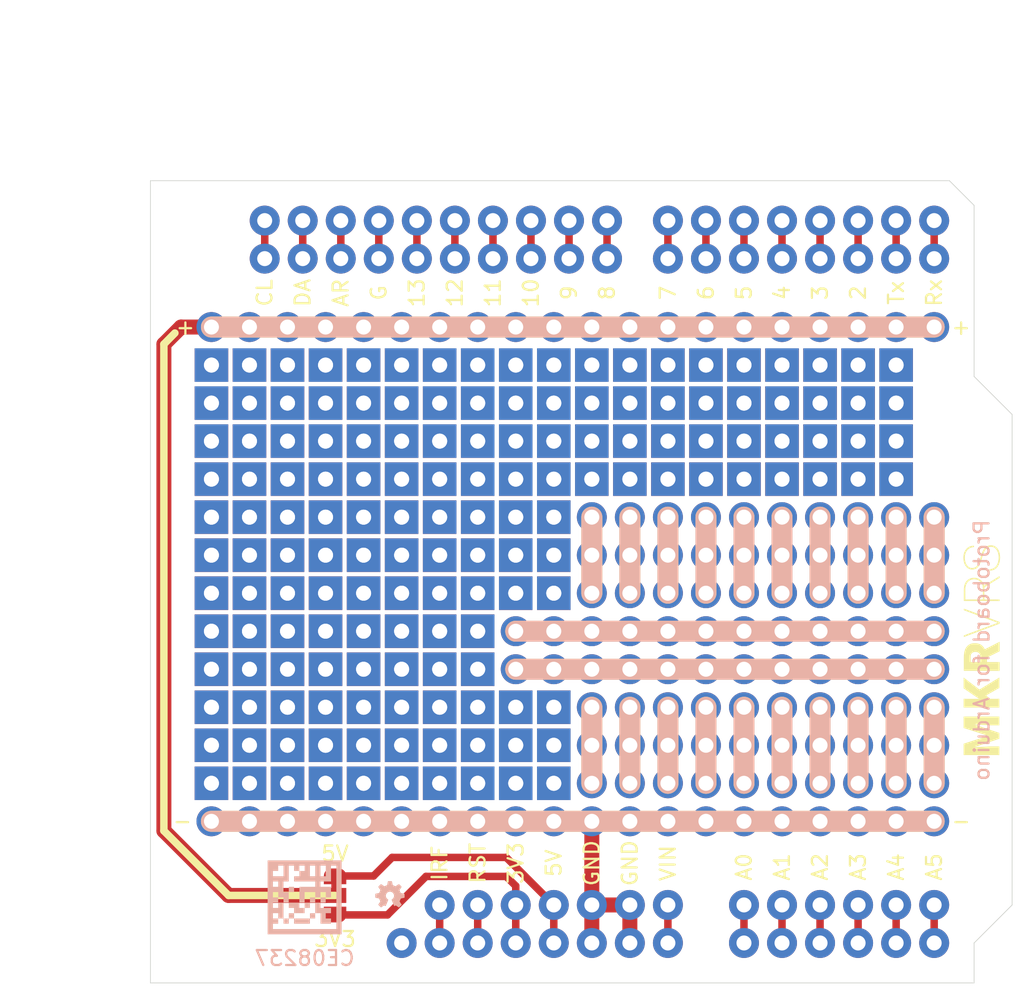
<source format=kicad_pcb>
(kicad_pcb (version 20171130) (host pcbnew "(5.1.10)-1")
  (title_block (title "Makerverse Protoboard for Raspberry Pi Pico") (date 2021-09-14) (rev 10) (comment 1 "Designed at Core Electronics by Brenton Schulz") (comment 2 "Makerverse and the makerverse logo are trademarks of Core Electronics Pty Ltd.") (comment 3 "License: CCASAv4.0 https://creativecommons.org/licenses/by-sa/4.0/"))
  (layers (0 F.Cu signal) (31 B.Cu signal) (34 B.Paste user) (35 F.Paste user) (36 B.SilkS user) (37 F.SilkS user) (38 B.Mask user) (39 F.Mask user) (44 Edge.Cuts user))
  (net 0 "")
  (module CoreElectronics_Components:SolderJumper-3_P1.3mm_Open_RoundedPad1.0x1.5mm_NoMask (layer F.Cu) (at 201.031 73.85 90)
    (fp_text reference JP6)
    (fp_text value SolderJumper_3_Open)
    (fp_line (start 0 0) (end 1.27 0) (layer F.Cu) (width 0.5))
    (pad 1 smd custom (at -1.3 0 90) (size 1 0.5) (layers F.Cu F.Mask) (options (clearance outline) (anchor rect)) (primitives (gr_circle (center 0 0.25) (end 0.5 0.25) (width 0)) (gr_circle (center 0 -0.25) (end 0.5 -0.25) (width 0)) (gr_poly (pts (xy 0.55 -0.75) (xy 0 -0.75) (xy 0 0.75) (xy 0.55 0.75)) (width 0))))
    (pad 3 smd custom (at 1.3 0 90) (size 1 0.5) (layers F.Cu F.Mask) (options (clearance outline) (anchor rect)) (primitives (gr_circle (center 0 0.25) (end 0.5 0.25) (width 0)) (gr_circle (center 0 -0.25) (end 0.5 -0.25) (width 0)) (gr_poly (pts (xy -0.55 -0.75) (xy 0 -0.75) (xy 0 0.75) (xy -0.55 0.75)) (width 0))))
    (pad 2 smd rect (at 0 0 90) (size 1 1.5) (layers F.Cu F.Mask))
  )
  (module CoreElectronics_Artwork:oshw (layer B.Cu) (at 204.703 73.779 180)
    (fp_text reference G*** hide)
    (fp_text value LOGO hide)
  )
  (module lib:CE08237 (layer B.Cu) (at 198.999 73.977 180)
    (fp_text reference G*** hide)
    (fp_text value LOGO hide)
  )
  (module lib:SquarePad-2.24mm-0.3mm-Back-0.5mm-Front-clearance (layer F.Cu) (at 213.096 38.417)
    (fp_text reference REF**)
    (fp_text value SquarePad-2.24mm-0.3mm-Back-0.5mm-Front-clearance)
    (pad 2 thru_hole rect (at 0 0) (size 2.04 2.04) (drill 1) (layers F.Cu F.Mask))
    (pad 1 thru_hole rect (at 0 0) (size 2.24 2.24) (drill 1) (layers B.Cu B.Mask))
  )
  (module lib:SquarePad-2.24mm-0.3mm-Back-0.5mm-Front-clearance (layer F.Cu) (at 210.556 38.417)
    (fp_text reference REF**)
    (fp_text value SquarePad-2.24mm-0.3mm-Back-0.5mm-Front-clearance)
    (pad 1 thru_hole rect (at 0 0) (size 2.24 2.24) (drill 1) (layers B.Cu B.Mask))
    (pad 2 thru_hole rect (at 0 0) (size 2.04 2.04) (drill 1) (layers F.Cu F.Mask))
  )
  (module lib:SquarePad-2.24mm-0.3mm-Back-0.5mm-Front-clearance (layer F.Cu) (at 208.016 38.417)
    (fp_text reference REF**)
    (fp_text value SquarePad-2.24mm-0.3mm-Back-0.5mm-Front-clearance)
    (pad 2 thru_hole rect (at 0 0) (size 2.04 2.04) (drill 1) (layers F.Cu F.Mask))
    (pad 1 thru_hole rect (at 0 0) (size 2.24 2.24) (drill 1) (layers B.Cu B.Mask))
  )
  (module lib:SquarePad-2.24mm-0.3mm-Back-0.5mm-Front-clearance (layer F.Cu) (at 205.476 38.417)
    (fp_text reference REF**)
    (fp_text value SquarePad-2.24mm-0.3mm-Back-0.5mm-Front-clearance)
    (pad 2 thru_hole rect (at 0 0) (size 2.04 2.04) (drill 1) (layers F.Cu F.Mask))
    (pad 1 thru_hole rect (at 0 0) (size 2.24 2.24) (drill 1) (layers B.Cu B.Mask))
  )
  (module lib:SquarePad-2.24mm-0.3mm-Back-0.5mm-Front-clearance (layer F.Cu) (at 202.936 38.417)
    (fp_text reference REF**)
    (fp_text value SquarePad-2.24mm-0.3mm-Back-0.5mm-Front-clearance)
    (pad 1 thru_hole rect (at 0 0) (size 2.24 2.24) (drill 1) (layers B.Cu B.Mask))
    (pad 2 thru_hole rect (at 0 0) (size 2.04 2.04) (drill 1) (layers F.Cu F.Mask))
  )
  (module lib:SquarePad-2.24mm-0.3mm-Back-0.5mm-Front-clearance (layer F.Cu) (at 200.396 38.417)
    (fp_text reference REF**)
    (fp_text value SquarePad-2.24mm-0.3mm-Back-0.5mm-Front-clearance)
    (pad 2 thru_hole rect (at 0 0) (size 2.04 2.04) (drill 1) (layers F.Cu F.Mask))
    (pad 1 thru_hole rect (at 0 0) (size 2.24 2.24) (drill 1) (layers B.Cu B.Mask))
  )
  (module lib:SquarePad-2.24mm-0.3mm-Back-0.5mm-Front-clearance (layer F.Cu) (at 197.856 38.417)
    (fp_text reference REF**)
    (fp_text value SquarePad-2.24mm-0.3mm-Back-0.5mm-Front-clearance)
    (pad 1 thru_hole rect (at 0 0) (size 2.24 2.24) (drill 1) (layers B.Cu B.Mask))
    (pad 2 thru_hole rect (at 0 0) (size 2.04 2.04) (drill 1) (layers F.Cu F.Mask))
  )
  (module lib:SquarePad-2.24mm-0.3mm-Back-0.5mm-Front-clearance (layer F.Cu) (at 192.776 38.417)
    (fp_text reference REF**)
    (fp_text value SquarePad-2.24mm-0.3mm-Back-0.5mm-Front-clearance)
    (pad 2 thru_hole rect (at 0 0) (size 2.04 2.04) (drill 1) (layers F.Cu F.Mask))
    (pad 1 thru_hole rect (at 0 0) (size 2.24 2.24) (drill 1) (layers B.Cu B.Mask))
  )
  (module lib:SquarePad-2.24mm-0.3mm-Back-0.5mm-Front-clearance (layer F.Cu) (at 195.316 38.417)
    (fp_text reference REF**)
    (fp_text value SquarePad-2.24mm-0.3mm-Back-0.5mm-Front-clearance)
    (pad 1 thru_hole rect (at 0 0) (size 2.24 2.24) (drill 1) (layers B.Cu B.Mask))
    (pad 2 thru_hole rect (at 0 0) (size 2.04 2.04) (drill 1) (layers F.Cu F.Mask))
  )
  (module lib:SquarePad-2.24mm-0.3mm-Back-0.5mm-Front-clearance (layer F.Cu) (at 238.496 38.417)
    (fp_text reference REF**)
    (fp_text value SquarePad-2.24mm-0.3mm-Back-0.5mm-Front-clearance)
    (pad 1 thru_hole rect (at 0 0) (size 2.24 2.24) (drill 1) (layers B.Cu B.Mask))
    (pad 2 thru_hole rect (at 0 0) (size 2.04 2.04) (drill 1) (layers F.Cu F.Mask))
  )
  (module lib:SquarePad-2.24mm-0.3mm-Back-0.5mm-Front-clearance (layer F.Cu) (at 230.876 38.417)
    (fp_text reference REF**)
    (fp_text value SquarePad-2.24mm-0.3mm-Back-0.5mm-Front-clearance)
    (pad 2 thru_hole rect (at 0 0) (size 2.04 2.04) (drill 1) (layers F.Cu F.Mask))
    (pad 1 thru_hole rect (at 0 0) (size 2.24 2.24) (drill 1) (layers B.Cu B.Mask))
  )
  (module lib:SquarePad-2.24mm-0.3mm-Back-0.5mm-Front-clearance (layer F.Cu) (at 235.956 38.417)
    (fp_text reference REF**)
    (fp_text value SquarePad-2.24mm-0.3mm-Back-0.5mm-Front-clearance)
    (pad 2 thru_hole rect (at 0 0) (size 2.04 2.04) (drill 1) (layers F.Cu F.Mask))
    (pad 1 thru_hole rect (at 0 0) (size 2.24 2.24) (drill 1) (layers B.Cu B.Mask))
  )
  (module lib:SquarePad-2.24mm-0.3mm-Back-0.5mm-Front-clearance (layer F.Cu) (at 233.416 38.417)
    (fp_text reference REF**)
    (fp_text value SquarePad-2.24mm-0.3mm-Back-0.5mm-Front-clearance)
    (pad 1 thru_hole rect (at 0 0) (size 2.24 2.24) (drill 1) (layers B.Cu B.Mask))
    (pad 2 thru_hole rect (at 0 0) (size 2.04 2.04) (drill 1) (layers F.Cu F.Mask))
  )
  (module lib:SquarePad-2.24mm-0.3mm-Back-0.5mm-Front-clearance (layer F.Cu) (at 223.256 38.417)
    (fp_text reference REF**)
    (fp_text value SquarePad-2.24mm-0.3mm-Back-0.5mm-Front-clearance)
    (pad 1 thru_hole rect (at 0 0) (size 2.24 2.24) (drill 1) (layers B.Cu B.Mask))
    (pad 2 thru_hole rect (at 0 0) (size 2.04 2.04) (drill 1) (layers F.Cu F.Mask))
  )
  (module lib:SquarePad-2.24mm-0.3mm-Back-0.5mm-Front-clearance (layer F.Cu) (at 218.176 38.417)
    (fp_text reference REF**)
    (fp_text value SquarePad-2.24mm-0.3mm-Back-0.5mm-Front-clearance)
    (pad 2 thru_hole rect (at 0 0) (size 2.04 2.04) (drill 1) (layers F.Cu F.Mask))
    (pad 1 thru_hole rect (at 0 0) (size 2.24 2.24) (drill 1) (layers B.Cu B.Mask))
  )
  (module lib:SquarePad-2.24mm-0.3mm-Back-0.5mm-Front-clearance (layer F.Cu) (at 215.636 38.417)
    (fp_text reference REF**)
    (fp_text value SquarePad-2.24mm-0.3mm-Back-0.5mm-Front-clearance)
    (pad 1 thru_hole rect (at 0 0) (size 2.24 2.24) (drill 1) (layers B.Cu B.Mask))
    (pad 2 thru_hole rect (at 0 0) (size 2.04 2.04) (drill 1) (layers F.Cu F.Mask))
  )
  (module lib:SquarePad-2.24mm-0.3mm-Back-0.5mm-Front-clearance (layer F.Cu) (at 228.336 38.417)
    (fp_text reference REF**)
    (fp_text value SquarePad-2.24mm-0.3mm-Back-0.5mm-Front-clearance)
    (pad 1 thru_hole rect (at 0 0) (size 2.24 2.24) (drill 1) (layers B.Cu B.Mask))
    (pad 2 thru_hole rect (at 0 0) (size 2.04 2.04) (drill 1) (layers F.Cu F.Mask))
  )
  (module lib:SquarePad-2.24mm-0.3mm-Back-0.5mm-Front-clearance (layer F.Cu) (at 225.796 38.417)
    (fp_text reference REF**)
    (fp_text value SquarePad-2.24mm-0.3mm-Back-0.5mm-Front-clearance)
    (pad 2 thru_hole rect (at 0 0) (size 2.04 2.04) (drill 1) (layers F.Cu F.Mask))
    (pad 1 thru_hole rect (at 0 0) (size 2.24 2.24) (drill 1) (layers B.Cu B.Mask))
  )
  (module lib:SquarePad-2.24mm-0.3mm-Back-0.5mm-Front-clearance (layer F.Cu) (at 220.716 38.417)
    (fp_text reference REF**)
    (fp_text value SquarePad-2.24mm-0.3mm-Back-0.5mm-Front-clearance)
    (pad 1 thru_hole rect (at 0 0) (size 2.24 2.24) (drill 1) (layers B.Cu B.Mask))
    (pad 2 thru_hole rect (at 0 0) (size 2.04 2.04) (drill 1) (layers F.Cu F.Mask))
  )
  (module lib:SquarePad-2.24mm-0.3mm-Back-0.5mm-Front-clearance (layer F.Cu) (at 215.636 63.817)
    (fp_text reference REF**)
    (fp_text value SquarePad-2.24mm-0.3mm-Back-0.5mm-Front-clearance)
    (pad 1 thru_hole rect (at 0 0) (size 2.24 2.24) (drill 1) (layers B.Cu B.Mask))
    (pad 2 thru_hole rect (at 0 0) (size 2.04 2.04) (drill 1) (layers F.Cu F.Mask))
  )
  (module lib:SquarePad-2.24mm-0.3mm-Back-0.5mm-Front-clearance (layer F.Cu) (at 215.636 66.357)
    (fp_text reference REF**)
    (fp_text value SquarePad-2.24mm-0.3mm-Back-0.5mm-Front-clearance)
    (pad 2 thru_hole rect (at 0 0) (size 2.04 2.04) (drill 1) (layers F.Cu F.Mask))
    (pad 1 thru_hole rect (at 0 0) (size 2.24 2.24) (drill 1) (layers B.Cu B.Mask))
  )
  (module lib:SquarePad-2.24mm-0.3mm-Back-0.5mm-Front-clearance (layer F.Cu) (at 215.636 61.277)
    (fp_text reference REF**)
    (fp_text value SquarePad-2.24mm-0.3mm-Back-0.5mm-Front-clearance)
    (pad 2 thru_hole rect (at 0 0) (size 2.04 2.04) (drill 1) (layers F.Cu F.Mask))
    (pad 1 thru_hole rect (at 0 0) (size 2.24 2.24) (drill 1) (layers B.Cu B.Mask))
  )
  (module lib:SquarePad-2.24mm-0.3mm-Back-0.5mm-Front-clearance (layer F.Cu) (at 210.556 56.197)
    (fp_text reference REF**)
    (fp_text value SquarePad-2.24mm-0.3mm-Back-0.5mm-Front-clearance)
    (pad 2 thru_hole rect (at 0 0) (size 2.04 2.04) (drill 1) (layers F.Cu F.Mask))
    (pad 1 thru_hole rect (at 0 0) (size 2.24 2.24) (drill 1) (layers B.Cu B.Mask))
  )
  (module lib:SquarePad-2.24mm-0.3mm-Back-0.5mm-Front-clearance (layer F.Cu) (at 210.556 58.737)
    (fp_text reference REF**)
    (fp_text value SquarePad-2.24mm-0.3mm-Back-0.5mm-Front-clearance)
    (pad 1 thru_hole rect (at 0 0) (size 2.24 2.24) (drill 1) (layers B.Cu B.Mask))
    (pad 2 thru_hole rect (at 0 0) (size 2.04 2.04) (drill 1) (layers F.Cu F.Mask))
  )
  (module lib:SquarePad-2.24mm-0.3mm-Back-0.5mm-Front-clearance (layer F.Cu) (at 215.636 48.577)
    (fp_text reference REF**)
    (fp_text value SquarePad-2.24mm-0.3mm-Back-0.5mm-Front-clearance)
    (pad 1 thru_hole rect (at 0 0) (size 2.24 2.24) (drill 1) (layers B.Cu B.Mask))
    (pad 2 thru_hole rect (at 0 0) (size 2.04 2.04) (drill 1) (layers F.Cu F.Mask))
  )
  (module lib:SquarePad-2.24mm-0.3mm-Back-0.5mm-Front-clearance (layer F.Cu) (at 215.636 51.117)
    (fp_text reference REF**)
    (fp_text value SquarePad-2.24mm-0.3mm-Back-0.5mm-Front-clearance)
    (pad 2 thru_hole rect (at 0 0) (size 2.04 2.04) (drill 1) (layers F.Cu F.Mask))
    (pad 1 thru_hole rect (at 0 0) (size 2.24 2.24) (drill 1) (layers B.Cu B.Mask))
  )
  (module lib:SquarePad-2.24mm-0.3mm-Back-0.5mm-Front-clearance (layer F.Cu) (at 215.636 53.657)
    (fp_text reference REF**)
    (fp_text value SquarePad-2.24mm-0.3mm-Back-0.5mm-Front-clearance)
    (pad 1 thru_hole rect (at 0 0) (size 2.24 2.24) (drill 1) (layers B.Cu B.Mask))
    (pad 2 thru_hole rect (at 0 0) (size 2.04 2.04) (drill 1) (layers F.Cu F.Mask))
  )
  (module lib:BusRail-12-Hole (layer F.Cu) (at 213.096 58.737 90)
    (fp_text reference REF**)
    (fp_text value BusRail-12-Hole)
    (pad 1 thru_hole circle (at 0 20.32 90) (size 2 2) (drill 1) (layers *.Cu *.Mask))
    (pad 1 thru_hole circle (at 0 27.94 90) (size 2 2) (drill 1) (layers *.Cu *.Mask))
    (pad 1 thru_hole circle (at 0 25.4 90) (size 2 2) (drill 1) (layers *.Cu *.Mask))
    (pad 1 thru_hole circle (at 0 22.86 90) (size 2 2) (drill 1) (layers *.Cu *.Mask))
    (pad 1 thru_hole circle (at 0 7.62 90) (size 2 2) (drill 1) (layers *.Cu *.Mask))
    (pad 1 thru_hole circle (at 0 2.54 90) (size 2 2) (drill 1) (layers *.Cu *.Mask))
    (pad 1 thru_hole circle (at 0 5.08 90) (size 2 2) (drill 1) (layers *.Cu *.Mask))
    (pad 1 thru_hole circle (at 0 0 90) (size 2 2) (drill 1) (layers *.Cu *.Mask))
    (pad 1 thru_hole circle (at 0 15.24 90) (size 2 2) (drill 1) (layers *.Cu *.Mask))
    (pad 1 thru_hole circle (at 0 17.78 90) (size 2 2) (drill 1) (layers *.Cu *.Mask))
    (pad 1 thru_hole circle (at 0 10.16 90) (size 2 2) (drill 1) (layers *.Cu *.Mask))
    (pad 1 thru_hole circle (at 0 12.7 90) (size 2 2) (drill 1) (layers *.Cu *.Mask))
    (pad 2 smd rect (at 0 13.97 90) (size 1 27.94) (layers B.Cu))
  )
  (module lib:BusRail-12-Hole (layer F.Cu) (at 213.096 56.197 90)
    (fp_text reference REF**)
    (fp_text value BusRail-12-Hole)
    (pad 2 smd rect (at 0 13.97 90) (size 1 27.94) (layers B.Cu))
    (pad 1 thru_hole circle (at 0 12.7 90) (size 2 2) (drill 1) (layers *.Cu *.Mask))
    (pad 1 thru_hole circle (at 0 10.16 90) (size 2 2) (drill 1) (layers *.Cu *.Mask))
    (pad 1 thru_hole circle (at 0 17.78 90) (size 2 2) (drill 1) (layers *.Cu *.Mask))
    (pad 1 thru_hole circle (at 0 15.24 90) (size 2 2) (drill 1) (layers *.Cu *.Mask))
    (pad 1 thru_hole circle (at 0 0 90) (size 2 2) (drill 1) (layers *.Cu *.Mask))
    (pad 1 thru_hole circle (at 0 5.08 90) (size 2 2) (drill 1) (layers *.Cu *.Mask))
    (pad 1 thru_hole circle (at 0 2.54 90) (size 2 2) (drill 1) (layers *.Cu *.Mask))
    (pad 1 thru_hole circle (at 0 7.62 90) (size 2 2) (drill 1) (layers *.Cu *.Mask))
    (pad 1 thru_hole circle (at 0 22.86 90) (size 2 2) (drill 1) (layers *.Cu *.Mask))
    (pad 1 thru_hole circle (at 0 25.4 90) (size 2 2) (drill 1) (layers *.Cu *.Mask))
    (pad 1 thru_hole circle (at 0 27.94 90) (size 2 2) (drill 1) (layers *.Cu *.Mask))
    (pad 1 thru_hole circle (at 0 20.32 90) (size 2 2) (drill 1) (layers *.Cu *.Mask))
  )
  (module MountingHole:MountingHole_3.2mm_M3 (layer F.Cu) (at 243.576 71.945)
    (fp_text reference REF**)
    (fp_text value MountingHole_3.2mm_M3)
    (pad 1 np_thru_hole circle (at 0 0) (size 3.2 3.2) (drill 3.2) (layers *.Cu *.Mask))
  )
  (module MountingHole:MountingHole_3.2mm_M3 (layer F.Cu) (at 191.506 77.025)
    (fp_text reference REF**)
    (fp_text value MountingHole_3.2mm_M3)
    (pad 1 np_thru_hole circle (at 0 0) (size 3.2 3.2) (drill 3.2) (layers *.Cu *.Mask))
  )
  (module MountingHole:MountingHole_3.2mm_M3 (layer F.Cu) (at 192.776 28.765)
    (fp_text reference REF**)
    (fp_text value MountingHole_3.2mm_M3)
    (pad 1 np_thru_hole circle (at 0 0) (size 3.2 3.2) (drill 3.2) (layers *.Cu *.Mask))
  )
  (module MountingHole:MountingHole_3.2mm_M3 (layer F.Cu) (at 243.576 44.005)
    (fp_text reference REF**)
    (fp_text value MountingHole_3.2mm_M3)
    (pad 1 np_thru_hole circle (at 0 0) (size 3.2 3.2) (drill 3.2) (layers *.Cu *.Mask))
  )
  (module lib:1-pin (layer F.Cu) (at 205.476 77.025)
    (fp_text reference REF**)
    (fp_text value 1-pin)
    (pad 1 thru_hole circle (at 0 0) (size 2 2) (drill 1) (layers *.Cu *.Mask))
  )
  (module lib:1-pin (layer F.Cu) (at 208.016 77.025)
    (fp_text reference REF**)
    (fp_text value 1-pin)
    (pad 1 thru_hole circle (at 0 0) (size 2 2) (drill 1) (layers *.Cu *.Mask))
  )
  (module lib:1-pin (layer F.Cu) (at 210.556 77.025)
    (fp_text reference REF**)
    (fp_text value 1-pin)
    (pad 1 thru_hole circle (at 0 0) (size 2 2) (drill 1) (layers *.Cu *.Mask))
  )
  (module lib:1-pin (layer F.Cu) (at 213.096 77.025)
    (fp_text reference REF**)
    (fp_text value 1-pin)
    (pad 1 thru_hole circle (at 0 0) (size 2 2) (drill 1) (layers *.Cu *.Mask))
  )
  (module lib:1-pin (layer F.Cu) (at 215.636 77.025)
    (fp_text reference REF**)
    (fp_text value 1-pin)
    (pad 1 thru_hole circle (at 0 0) (size 2 2) (drill 1) (layers *.Cu *.Mask))
  )
  (module lib:1-pin (layer F.Cu) (at 218.176 77.025)
    (fp_text reference REF**)
    (fp_text value 1-pin)
    (pad 1 thru_hole circle (at 0 0) (size 2 2) (drill 1) (layers *.Cu *.Mask))
  )
  (module lib:1-pin (layer F.Cu) (at 220.716 77.025)
    (fp_text reference REF**)
    (fp_text value 1-pin)
    (pad 1 thru_hole circle (at 0 0) (size 2 2) (drill 1) (layers *.Cu *.Mask))
  )
  (module lib:1-pin (layer F.Cu) (at 223.256 77.025)
    (fp_text reference REF**)
    (fp_text value 1-pin)
    (pad 1 thru_hole circle (at 0 0) (size 2 2) (drill 1) (layers *.Cu *.Mask))
  )
  (module lib:1-pin (layer F.Cu) (at 235.956 77.025)
    (fp_text reference REF**)
    (fp_text value 1-pin)
    (pad 1 thru_hole circle (at 0 0) (size 2 2) (drill 1) (layers *.Cu *.Mask))
  )
  (module lib:1-pin (layer F.Cu) (at 230.876 77.025)
    (fp_text reference REF**)
    (fp_text value 1-pin)
    (pad 1 thru_hole circle (at 0 0) (size 2 2) (drill 1) (layers *.Cu *.Mask))
  )
  (module lib:1-pin (layer F.Cu) (at 241.036 77.025)
    (fp_text reference REF**)
    (fp_text value 1-pin)
    (pad 1 thru_hole circle (at 0 0) (size 2 2) (drill 1) (layers *.Cu *.Mask))
  )
  (module lib:1-pin (layer F.Cu) (at 238.496 77.025)
    (fp_text reference REF**)
    (fp_text value 1-pin)
    (pad 1 thru_hole circle (at 0 0) (size 2 2) (drill 1) (layers *.Cu *.Mask))
  )
  (module lib:1-pin (layer F.Cu) (at 233.416 77.025)
    (fp_text reference REF**)
    (fp_text value 1-pin)
    (pad 1 thru_hole circle (at 0 0) (size 2 2) (drill 1) (layers *.Cu *.Mask))
  )
  (module lib:1-pin (layer F.Cu) (at 228.336 77.025)
    (fp_text reference REF**)
    (fp_text value 1-pin)
    (pad 1 thru_hole circle (at 0 0) (size 2 2) (drill 1) (layers *.Cu *.Mask))
  )
  (module lib:1-pin (layer F.Cu) (at 230.876 28.765)
    (fp_text reference REF**)
    (fp_text value 1-pin)
    (pad 1 thru_hole circle (at 0 0) (size 2 2) (drill 1) (layers *.Cu *.Mask))
  )
  (module lib:1-pin (layer F.Cu) (at 241.036 28.765)
    (fp_text reference REF**)
    (fp_text value 1-pin)
    (pad 1 thru_hole circle (at 0 0) (size 2 2) (drill 1) (layers *.Cu *.Mask))
  )
  (module lib:1-pin (layer F.Cu) (at 233.416 28.765)
    (fp_text reference REF**)
    (fp_text value 1-pin)
    (pad 1 thru_hole circle (at 0 0) (size 2 2) (drill 1) (layers *.Cu *.Mask))
  )
  (module lib:1-pin (layer F.Cu) (at 223.256 28.765)
    (fp_text reference REF**)
    (fp_text value 1-pin)
    (pad 1 thru_hole circle (at 0 0) (size 2 2) (drill 1) (layers *.Cu *.Mask))
  )
  (module lib:1-pin (layer F.Cu) (at 228.336 28.765)
    (fp_text reference REF**)
    (fp_text value 1-pin)
    (pad 1 thru_hole circle (at 0 0) (size 2 2) (drill 1) (layers *.Cu *.Mask))
  )
  (module lib:1-pin (layer F.Cu) (at 235.956 28.765)
    (fp_text reference REF**)
    (fp_text value 1-pin)
    (pad 1 thru_hole circle (at 0 0) (size 2 2) (drill 1) (layers *.Cu *.Mask))
  )
  (module lib:1-pin (layer F.Cu) (at 238.496 28.765)
    (fp_text reference REF**)
    (fp_text value 1-pin)
    (pad 1 thru_hole circle (at 0 0) (size 2 2) (drill 1) (layers *.Cu *.Mask))
  )
  (module lib:1-pin (layer F.Cu) (at 225.796 28.765)
    (fp_text reference REF**)
    (fp_text value 1-pin)
    (pad 1 thru_hole circle (at 0 0) (size 2 2) (drill 1) (layers *.Cu *.Mask))
  )
  (module lib:1-pin (layer F.Cu) (at 198.872 28.765)
    (fp_text reference REF**)
    (fp_text value 1-pin)
    (pad 1 thru_hole circle (at 0 0) (size 2 2) (drill 1) (layers *.Cu *.Mask))
  )
  (module lib:1-pin (layer F.Cu) (at 209.032 28.765)
    (fp_text reference REF**)
    (fp_text value 1-pin)
    (pad 1 thru_hole circle (at 0 0) (size 2 2) (drill 1) (layers *.Cu *.Mask))
  )
  (module lib:1-pin (layer F.Cu) (at 206.492 28.765)
    (fp_text reference REF**)
    (fp_text value 1-pin)
    (pad 1 thru_hole circle (at 0 0) (size 2 2) (drill 1) (layers *.Cu *.Mask))
  )
  (module lib:1-pin (layer F.Cu) (at 219.192 28.765)
    (fp_text reference REF**)
    (fp_text value 1-pin)
    (pad 1 thru_hole circle (at 0 0) (size 2 2) (drill 1) (layers *.Cu *.Mask))
  )
  (module lib:1-pin (layer F.Cu) (at 201.412 28.765)
    (fp_text reference REF**)
    (fp_text value 1-pin)
    (pad 1 thru_hole circle (at 0 0) (size 2 2) (drill 1) (layers *.Cu *.Mask))
  )
  (module lib:1-pin (layer F.Cu) (at 214.112 28.765)
    (fp_text reference REF**)
    (fp_text value 1-pin)
    (pad 1 thru_hole circle (at 0 0) (size 2 2) (drill 1) (layers *.Cu *.Mask))
  )
  (module lib:1-pin (layer F.Cu) (at 216.652 28.765)
    (fp_text reference REF**)
    (fp_text value 1-pin)
    (pad 1 thru_hole circle (at 0 0) (size 2 2) (drill 1) (layers *.Cu *.Mask))
  )
  (module lib:1-pin (layer F.Cu) (at 196.332 28.765)
    (fp_text reference REF**)
    (fp_text value 1-pin)
    (pad 1 thru_hole circle (at 0 0) (size 2 2) (drill 1) (layers *.Cu *.Mask))
  )
  (module lib:1-pin (layer F.Cu) (at 203.952 28.765)
    (fp_text reference REF**)
    (fp_text value 1-pin)
    (pad 1 thru_hole circle (at 0 0) (size 2 2) (drill 1) (layers *.Cu *.Mask))
  )
  (module lib:1-pin (layer F.Cu) (at 211.572 28.765)
    (fp_text reference REF**)
    (fp_text value 1-pin)
    (pad 1 thru_hole circle (at 0 0) (size 2 2) (drill 1) (layers *.Cu *.Mask))
  )
  (module lib:SquarePad-2.24mm-0.3mm-Back-0.5mm-Front-clearance (layer F.Cu) (at 230.876 40.957)
    (fp_text reference REF**)
    (fp_text value SquarePad-2.24mm-0.3mm-Back-0.5mm-Front-clearance)
    (pad 1 thru_hole rect (at 0 0) (size 2.24 2.24) (drill 1) (layers B.Cu B.Mask))
    (pad 2 thru_hole rect (at 0 0) (size 2.04 2.04) (drill 1) (layers F.Cu F.Mask))
  )
  (module lib:SquarePad-2.24mm-0.3mm-Back-0.5mm-Front-clearance (layer F.Cu) (at 235.956 43.497)
    (fp_text reference REF**)
    (fp_text value SquarePad-2.24mm-0.3mm-Back-0.5mm-Front-clearance)
    (pad 2 thru_hole rect (at 0 0) (size 2.04 2.04) (drill 1) (layers F.Cu F.Mask))
    (pad 1 thru_hole rect (at 0 0) (size 2.24 2.24) (drill 1) (layers B.Cu B.Mask))
  )
  (module lib:SquarePad-2.24mm-0.3mm-Back-0.5mm-Front-clearance (layer F.Cu) (at 235.956 40.957)
    (fp_text reference REF**)
    (fp_text value SquarePad-2.24mm-0.3mm-Back-0.5mm-Front-clearance)
    (pad 1 thru_hole rect (at 0 0) (size 2.24 2.24) (drill 1) (layers B.Cu B.Mask))
    (pad 2 thru_hole rect (at 0 0) (size 2.04 2.04) (drill 1) (layers F.Cu F.Mask))
  )
  (module lib:SquarePad-2.24mm-0.3mm-Back-0.5mm-Front-clearance (layer F.Cu) (at 235.956 46.037)
    (fp_text reference REF**)
    (fp_text value SquarePad-2.24mm-0.3mm-Back-0.5mm-Front-clearance)
    (pad 1 thru_hole rect (at 0 0) (size 2.24 2.24) (drill 1) (layers B.Cu B.Mask))
    (pad 2 thru_hole rect (at 0 0) (size 2.04 2.04) (drill 1) (layers F.Cu F.Mask))
  )
  (module lib:SquarePad-2.24mm-0.3mm-Back-0.5mm-Front-clearance (layer F.Cu) (at 233.416 40.957)
    (fp_text reference REF**)
    (fp_text value SquarePad-2.24mm-0.3mm-Back-0.5mm-Front-clearance)
    (pad 2 thru_hole rect (at 0 0) (size 2.04 2.04) (drill 1) (layers F.Cu F.Mask))
    (pad 1 thru_hole rect (at 0 0) (size 2.24 2.24) (drill 1) (layers B.Cu B.Mask))
  )
  (module lib:SquarePad-2.24mm-0.3mm-Back-0.5mm-Front-clearance (layer F.Cu) (at 233.416 46.037)
    (fp_text reference REF**)
    (fp_text value SquarePad-2.24mm-0.3mm-Back-0.5mm-Front-clearance)
    (pad 2 thru_hole rect (at 0 0) (size 2.04 2.04) (drill 1) (layers F.Cu F.Mask))
    (pad 1 thru_hole rect (at 0 0) (size 2.24 2.24) (drill 1) (layers B.Cu B.Mask))
  )
  (module lib:SquarePad-2.24mm-0.3mm-Back-0.5mm-Front-clearance (layer F.Cu) (at 230.876 43.497)
    (fp_text reference REF**)
    (fp_text value SquarePad-2.24mm-0.3mm-Back-0.5mm-Front-clearance)
    (pad 2 thru_hole rect (at 0 0) (size 2.04 2.04) (drill 1) (layers F.Cu F.Mask))
    (pad 1 thru_hole rect (at 0 0) (size 2.24 2.24) (drill 1) (layers B.Cu B.Mask))
  )
  (module lib:SquarePad-2.24mm-0.3mm-Back-0.5mm-Front-clearance (layer F.Cu) (at 230.876 46.037)
    (fp_text reference REF**)
    (fp_text value SquarePad-2.24mm-0.3mm-Back-0.5mm-Front-clearance)
    (pad 1 thru_hole rect (at 0 0) (size 2.24 2.24) (drill 1) (layers B.Cu B.Mask))
    (pad 2 thru_hole rect (at 0 0) (size 2.04 2.04) (drill 1) (layers F.Cu F.Mask))
  )
  (module lib:SquarePad-2.24mm-0.3mm-Back-0.5mm-Front-clearance (layer F.Cu) (at 233.416 43.497)
    (fp_text reference REF**)
    (fp_text value SquarePad-2.24mm-0.3mm-Back-0.5mm-Front-clearance)
    (pad 1 thru_hole rect (at 0 0) (size 2.24 2.24) (drill 1) (layers B.Cu B.Mask))
    (pad 2 thru_hole rect (at 0 0) (size 2.04 2.04) (drill 1) (layers F.Cu F.Mask))
  )
  (module lib:SquarePad-2.24mm-0.3mm-Back-0.5mm-Front-clearance (layer F.Cu) (at 220.716 43.497)
    (fp_text reference REF**)
    (fp_text value SquarePad-2.24mm-0.3mm-Back-0.5mm-Front-clearance)
    (pad 1 thru_hole rect (at 0 0) (size 2.24 2.24) (drill 1) (layers B.Cu B.Mask))
    (pad 2 thru_hole rect (at 0 0) (size 2.04 2.04) (drill 1) (layers F.Cu F.Mask))
  )
  (module lib:SquarePad-2.24mm-0.3mm-Back-0.5mm-Front-clearance (layer F.Cu) (at 218.176 46.037)
    (fp_text reference REF**)
    (fp_text value SquarePad-2.24mm-0.3mm-Back-0.5mm-Front-clearance)
    (pad 1 thru_hole rect (at 0 0) (size 2.24 2.24) (drill 1) (layers B.Cu B.Mask))
    (pad 2 thru_hole rect (at 0 0) (size 2.04 2.04) (drill 1) (layers F.Cu F.Mask))
  )
  (module lib:SquarePad-2.24mm-0.3mm-Back-0.5mm-Front-clearance (layer F.Cu) (at 228.336 46.037)
    (fp_text reference REF**)
    (fp_text value SquarePad-2.24mm-0.3mm-Back-0.5mm-Front-clearance)
    (pad 2 thru_hole rect (at 0 0) (size 2.04 2.04) (drill 1) (layers F.Cu F.Mask))
    (pad 1 thru_hole rect (at 0 0) (size 2.24 2.24) (drill 1) (layers B.Cu B.Mask))
  )
  (module lib:SquarePad-2.24mm-0.3mm-Back-0.5mm-Front-clearance (layer F.Cu) (at 228.336 40.957)
    (fp_text reference REF**)
    (fp_text value SquarePad-2.24mm-0.3mm-Back-0.5mm-Front-clearance)
    (pad 2 thru_hole rect (at 0 0) (size 2.04 2.04) (drill 1) (layers F.Cu F.Mask))
    (pad 1 thru_hole rect (at 0 0) (size 2.24 2.24) (drill 1) (layers B.Cu B.Mask))
  )
  (module lib:SquarePad-2.24mm-0.3mm-Back-0.5mm-Front-clearance (layer F.Cu) (at 228.336 43.497)
    (fp_text reference REF**)
    (fp_text value SquarePad-2.24mm-0.3mm-Back-0.5mm-Front-clearance)
    (pad 1 thru_hole rect (at 0 0) (size 2.24 2.24) (drill 1) (layers B.Cu B.Mask))
    (pad 2 thru_hole rect (at 0 0) (size 2.04 2.04) (drill 1) (layers F.Cu F.Mask))
  )
  (module lib:SquarePad-2.24mm-0.3mm-Back-0.5mm-Front-clearance (layer F.Cu) (at 225.796 40.957)
    (fp_text reference REF**)
    (fp_text value SquarePad-2.24mm-0.3mm-Back-0.5mm-Front-clearance)
    (pad 1 thru_hole rect (at 0 0) (size 2.24 2.24) (drill 1) (layers B.Cu B.Mask))
    (pad 2 thru_hole rect (at 0 0) (size 2.04 2.04) (drill 1) (layers F.Cu F.Mask))
  )
  (module lib:SquarePad-2.24mm-0.3mm-Back-0.5mm-Front-clearance (layer F.Cu) (at 225.796 46.037)
    (fp_text reference REF**)
    (fp_text value SquarePad-2.24mm-0.3mm-Back-0.5mm-Front-clearance)
    (pad 1 thru_hole rect (at 0 0) (size 2.24 2.24) (drill 1) (layers B.Cu B.Mask))
    (pad 2 thru_hole rect (at 0 0) (size 2.04 2.04) (drill 1) (layers F.Cu F.Mask))
  )
  (module lib:SquarePad-2.24mm-0.3mm-Back-0.5mm-Front-clearance (layer F.Cu) (at 223.256 43.497)
    (fp_text reference REF**)
    (fp_text value SquarePad-2.24mm-0.3mm-Back-0.5mm-Front-clearance)
    (pad 1 thru_hole rect (at 0 0) (size 2.24 2.24) (drill 1) (layers B.Cu B.Mask))
    (pad 2 thru_hole rect (at 0 0) (size 2.04 2.04) (drill 1) (layers F.Cu F.Mask))
  )
  (module lib:SquarePad-2.24mm-0.3mm-Back-0.5mm-Front-clearance (layer F.Cu) (at 223.256 46.037)
    (fp_text reference REF**)
    (fp_text value SquarePad-2.24mm-0.3mm-Back-0.5mm-Front-clearance)
    (pad 2 thru_hole rect (at 0 0) (size 2.04 2.04) (drill 1) (layers F.Cu F.Mask))
    (pad 1 thru_hole rect (at 0 0) (size 2.24 2.24) (drill 1) (layers B.Cu B.Mask))
  )
  (module lib:SquarePad-2.24mm-0.3mm-Back-0.5mm-Front-clearance (layer F.Cu) (at 223.256 40.957)
    (fp_text reference REF**)
    (fp_text value SquarePad-2.24mm-0.3mm-Back-0.5mm-Front-clearance)
    (pad 2 thru_hole rect (at 0 0) (size 2.04 2.04) (drill 1) (layers F.Cu F.Mask))
    (pad 1 thru_hole rect (at 0 0) (size 2.24 2.24) (drill 1) (layers B.Cu B.Mask))
  )
  (module lib:SquarePad-2.24mm-0.3mm-Back-0.5mm-Front-clearance (layer F.Cu) (at 220.716 40.957)
    (fp_text reference REF**)
    (fp_text value SquarePad-2.24mm-0.3mm-Back-0.5mm-Front-clearance)
    (pad 2 thru_hole rect (at 0 0) (size 2.04 2.04) (drill 1) (layers F.Cu F.Mask))
    (pad 1 thru_hole rect (at 0 0) (size 2.24 2.24) (drill 1) (layers B.Cu B.Mask))
  )
  (module lib:SquarePad-2.24mm-0.3mm-Back-0.5mm-Front-clearance (layer F.Cu) (at 218.176 43.497)
    (fp_text reference REF**)
    (fp_text value SquarePad-2.24mm-0.3mm-Back-0.5mm-Front-clearance)
    (pad 2 thru_hole rect (at 0 0) (size 2.04 2.04) (drill 1) (layers F.Cu F.Mask))
    (pad 1 thru_hole rect (at 0 0) (size 2.24 2.24) (drill 1) (layers B.Cu B.Mask))
  )
  (module lib:SquarePad-2.24mm-0.3mm-Back-0.5mm-Front-clearance (layer F.Cu) (at 220.716 46.037)
    (fp_text reference REF**)
    (fp_text value SquarePad-2.24mm-0.3mm-Back-0.5mm-Front-clearance)
    (pad 2 thru_hole rect (at 0 0) (size 2.04 2.04) (drill 1) (layers F.Cu F.Mask))
    (pad 1 thru_hole rect (at 0 0) (size 2.24 2.24) (drill 1) (layers B.Cu B.Mask))
  )
  (module lib:SquarePad-2.24mm-0.3mm-Back-0.5mm-Front-clearance (layer F.Cu) (at 225.796 43.497)
    (fp_text reference REF**)
    (fp_text value SquarePad-2.24mm-0.3mm-Back-0.5mm-Front-clearance)
    (pad 2 thru_hole rect (at 0 0) (size 2.04 2.04) (drill 1) (layers F.Cu F.Mask))
    (pad 1 thru_hole rect (at 0 0) (size 2.24 2.24) (drill 1) (layers B.Cu B.Mask))
  )
  (module lib:SquarePad-2.24mm-0.3mm-Back-0.5mm-Front-clearance (layer F.Cu) (at 218.176 40.957)
    (fp_text reference REF**)
    (fp_text value SquarePad-2.24mm-0.3mm-Back-0.5mm-Front-clearance)
    (pad 1 thru_hole rect (at 0 0) (size 2.24 2.24) (drill 1) (layers B.Cu B.Mask))
    (pad 2 thru_hole rect (at 0 0) (size 2.04 2.04) (drill 1) (layers F.Cu F.Mask))
  )
  (module lib:SquarePad-2.24mm-0.3mm-Back-0.5mm-Front-clearance (layer F.Cu) (at 215.636 40.957)
    (fp_text reference REF**)
    (fp_text value SquarePad-2.24mm-0.3mm-Back-0.5mm-Front-clearance)
    (pad 2 thru_hole rect (at 0 0) (size 2.04 2.04) (drill 1) (layers F.Cu F.Mask))
    (pad 1 thru_hole rect (at 0 0) (size 2.24 2.24) (drill 1) (layers B.Cu B.Mask))
  )
  (module lib:SquarePad-2.24mm-0.3mm-Back-0.5mm-Front-clearance (layer F.Cu) (at 215.636 46.037)
    (fp_text reference REF**)
    (fp_text value SquarePad-2.24mm-0.3mm-Back-0.5mm-Front-clearance)
    (pad 2 thru_hole rect (at 0 0) (size 2.04 2.04) (drill 1) (layers F.Cu F.Mask))
    (pad 1 thru_hole rect (at 0 0) (size 2.24 2.24) (drill 1) (layers B.Cu B.Mask))
  )
  (module lib:SquarePad-2.24mm-0.3mm-Back-0.5mm-Front-clearance (layer F.Cu) (at 215.636 43.497)
    (fp_text reference REF**)
    (fp_text value SquarePad-2.24mm-0.3mm-Back-0.5mm-Front-clearance)
    (pad 1 thru_hole rect (at 0 0) (size 2.24 2.24) (drill 1) (layers B.Cu B.Mask))
    (pad 2 thru_hole rect (at 0 0) (size 2.04 2.04) (drill 1) (layers F.Cu F.Mask))
  )
  (module CoreElectronics_Artwork:makerverse_logo_short_14.0x2.4mm (layer F.Cu) (at 244.211 57.467 90)
    (fp_text reference G*** hide)
    (fp_text value LOGO hide)
  )
  (module lib:SquarePad-2.24mm-0.3mm-Back-0.5mm-Front-clearance (layer F.Cu) (at 213.096 40.957)
    (fp_text reference REF**)
    (fp_text value SquarePad-2.24mm-0.3mm-Back-0.5mm-Front-clearance)
    (pad 1 thru_hole rect (at 0 0) (size 2.24 2.24) (drill 1) (layers B.Cu B.Mask))
    (pad 2 thru_hole rect (at 0 0) (size 2.04 2.04) (drill 1) (layers F.Cu F.Mask))
  )
  (module lib:SquarePad-2.24mm-0.3mm-Back-0.5mm-Front-clearance (layer F.Cu) (at 213.096 63.817)
    (fp_text reference REF**)
    (fp_text value SquarePad-2.24mm-0.3mm-Back-0.5mm-Front-clearance)
    (pad 2 thru_hole rect (at 0 0) (size 2.04 2.04) (drill 1) (layers F.Cu F.Mask))
    (pad 1 thru_hole rect (at 0 0) (size 2.24 2.24) (drill 1) (layers B.Cu B.Mask))
  )
  (module lib:SquarePad-2.24mm-0.3mm-Back-0.5mm-Front-clearance (layer F.Cu) (at 213.096 48.577)
    (fp_text reference REF**)
    (fp_text value SquarePad-2.24mm-0.3mm-Back-0.5mm-Front-clearance)
    (pad 2 thru_hole rect (at 0 0) (size 2.04 2.04) (drill 1) (layers F.Cu F.Mask))
    (pad 1 thru_hole rect (at 0 0) (size 2.24 2.24) (drill 1) (layers B.Cu B.Mask))
  )
  (module lib:SquarePad-2.24mm-0.3mm-Back-0.5mm-Front-clearance (layer F.Cu) (at 213.096 46.037)
    (fp_text reference REF**)
    (fp_text value SquarePad-2.24mm-0.3mm-Back-0.5mm-Front-clearance)
    (pad 1 thru_hole rect (at 0 0) (size 2.24 2.24) (drill 1) (layers B.Cu B.Mask))
    (pad 2 thru_hole rect (at 0 0) (size 2.04 2.04) (drill 1) (layers F.Cu F.Mask))
  )
  (module lib:SquarePad-2.24mm-0.3mm-Back-0.5mm-Front-clearance (layer F.Cu) (at 213.096 61.277)
    (fp_text reference REF**)
    (fp_text value SquarePad-2.24mm-0.3mm-Back-0.5mm-Front-clearance)
    (pad 1 thru_hole rect (at 0 0) (size 2.24 2.24) (drill 1) (layers B.Cu B.Mask))
    (pad 2 thru_hole rect (at 0 0) (size 2.04 2.04) (drill 1) (layers F.Cu F.Mask))
  )
  (module lib:SquarePad-2.24mm-0.3mm-Back-0.5mm-Front-clearance (layer F.Cu) (at 213.096 51.117)
    (fp_text reference REF**)
    (fp_text value SquarePad-2.24mm-0.3mm-Back-0.5mm-Front-clearance)
    (pad 1 thru_hole rect (at 0 0) (size 2.24 2.24) (drill 1) (layers B.Cu B.Mask))
    (pad 2 thru_hole rect (at 0 0) (size 2.04 2.04) (drill 1) (layers F.Cu F.Mask))
  )
  (module lib:SquarePad-2.24mm-0.3mm-Back-0.5mm-Front-clearance (layer F.Cu) (at 213.096 43.497)
    (fp_text reference REF**)
    (fp_text value SquarePad-2.24mm-0.3mm-Back-0.5mm-Front-clearance)
    (pad 2 thru_hole rect (at 0 0) (size 2.04 2.04) (drill 1) (layers F.Cu F.Mask))
    (pad 1 thru_hole rect (at 0 0) (size 2.24 2.24) (drill 1) (layers B.Cu B.Mask))
  )
  (module lib:SquarePad-2.24mm-0.3mm-Back-0.5mm-Front-clearance (layer F.Cu) (at 213.096 66.357)
    (fp_text reference REF**)
    (fp_text value SquarePad-2.24mm-0.3mm-Back-0.5mm-Front-clearance)
    (pad 1 thru_hole rect (at 0 0) (size 2.24 2.24) (drill 1) (layers B.Cu B.Mask))
    (pad 2 thru_hole rect (at 0 0) (size 2.04 2.04) (drill 1) (layers F.Cu F.Mask))
  )
  (module lib:SquarePad-2.24mm-0.3mm-Back-0.5mm-Front-clearance (layer F.Cu) (at 213.096 53.657)
    (fp_text reference REF**)
    (fp_text value SquarePad-2.24mm-0.3mm-Back-0.5mm-Front-clearance)
    (pad 2 thru_hole rect (at 0 0) (size 2.04 2.04) (drill 1) (layers F.Cu F.Mask))
    (pad 1 thru_hole rect (at 0 0) (size 2.24 2.24) (drill 1) (layers B.Cu B.Mask))
  )
  (module lib:SquarePad-2.24mm-0.3mm-Back-0.5mm-Front-clearance (layer F.Cu) (at 210.556 40.957)
    (fp_text reference REF**)
    (fp_text value SquarePad-2.24mm-0.3mm-Back-0.5mm-Front-clearance)
    (pad 2 thru_hole rect (at 0 0) (size 2.04 2.04) (drill 1) (layers F.Cu F.Mask))
    (pad 1 thru_hole rect (at 0 0) (size 2.24 2.24) (drill 1) (layers B.Cu B.Mask))
  )
  (module lib:SquarePad-2.24mm-0.3mm-Back-0.5mm-Front-clearance (layer F.Cu) (at 210.556 63.817)
    (fp_text reference REF**)
    (fp_text value SquarePad-2.24mm-0.3mm-Back-0.5mm-Front-clearance)
    (pad 1 thru_hole rect (at 0 0) (size 2.24 2.24) (drill 1) (layers B.Cu B.Mask))
    (pad 2 thru_hole rect (at 0 0) (size 2.04 2.04) (drill 1) (layers F.Cu F.Mask))
  )
  (module lib:SquarePad-2.24mm-0.3mm-Back-0.5mm-Front-clearance (layer F.Cu) (at 208.016 53.657)
    (fp_text reference REF**)
    (fp_text value SquarePad-2.24mm-0.3mm-Back-0.5mm-Front-clearance)
    (pad 2 thru_hole rect (at 0 0) (size 2.04 2.04) (drill 1) (layers F.Cu F.Mask))
    (pad 1 thru_hole rect (at 0 0) (size 2.24 2.24) (drill 1) (layers B.Cu B.Mask))
  )
  (module lib:SquarePad-2.24mm-0.3mm-Back-0.5mm-Front-clearance (layer F.Cu) (at 210.556 48.577)
    (fp_text reference REF**)
    (fp_text value SquarePad-2.24mm-0.3mm-Back-0.5mm-Front-clearance)
    (pad 1 thru_hole rect (at 0 0) (size 2.24 2.24) (drill 1) (layers B.Cu B.Mask))
    (pad 2 thru_hole rect (at 0 0) (size 2.04 2.04) (drill 1) (layers F.Cu F.Mask))
  )
  (module lib:SquarePad-2.24mm-0.3mm-Back-0.5mm-Front-clearance (layer F.Cu) (at 208.016 48.577)
    (fp_text reference REF**)
    (fp_text value SquarePad-2.24mm-0.3mm-Back-0.5mm-Front-clearance)
    (pad 2 thru_hole rect (at 0 0) (size 2.04 2.04) (drill 1) (layers F.Cu F.Mask))
    (pad 1 thru_hole rect (at 0 0) (size 2.24 2.24) (drill 1) (layers B.Cu B.Mask))
  )
  (module lib:SquarePad-2.24mm-0.3mm-Back-0.5mm-Front-clearance (layer F.Cu) (at 210.556 46.037)
    (fp_text reference REF**)
    (fp_text value SquarePad-2.24mm-0.3mm-Back-0.5mm-Front-clearance)
    (pad 2 thru_hole rect (at 0 0) (size 2.04 2.04) (drill 1) (layers F.Cu F.Mask))
    (pad 1 thru_hole rect (at 0 0) (size 2.24 2.24) (drill 1) (layers B.Cu B.Mask))
  )
  (module lib:SquarePad-2.24mm-0.3mm-Back-0.5mm-Front-clearance (layer F.Cu) (at 210.556 53.657)
    (fp_text reference REF**)
    (fp_text value SquarePad-2.24mm-0.3mm-Back-0.5mm-Front-clearance)
    (pad 1 thru_hole rect (at 0 0) (size 2.24 2.24) (drill 1) (layers B.Cu B.Mask))
    (pad 2 thru_hole rect (at 0 0) (size 2.04 2.04) (drill 1) (layers F.Cu F.Mask))
  )
  (module lib:SquarePad-2.24mm-0.3mm-Back-0.5mm-Front-clearance (layer F.Cu) (at 208.016 58.737)
    (fp_text reference REF**)
    (fp_text value SquarePad-2.24mm-0.3mm-Back-0.5mm-Front-clearance)
    (pad 2 thru_hole rect (at 0 0) (size 2.04 2.04) (drill 1) (layers F.Cu F.Mask))
    (pad 1 thru_hole rect (at 0 0) (size 2.24 2.24) (drill 1) (layers B.Cu B.Mask))
  )
  (module lib:SquarePad-2.24mm-0.3mm-Back-0.5mm-Front-clearance (layer F.Cu) (at 208.016 61.277)
    (fp_text reference REF**)
    (fp_text value SquarePad-2.24mm-0.3mm-Back-0.5mm-Front-clearance)
    (pad 1 thru_hole rect (at 0 0) (size 2.24 2.24) (drill 1) (layers B.Cu B.Mask))
    (pad 2 thru_hole rect (at 0 0) (size 2.04 2.04) (drill 1) (layers F.Cu F.Mask))
  )
  (module lib:SquarePad-2.24mm-0.3mm-Back-0.5mm-Front-clearance (layer F.Cu) (at 208.016 43.497)
    (fp_text reference REF**)
    (fp_text value SquarePad-2.24mm-0.3mm-Back-0.5mm-Front-clearance)
    (pad 2 thru_hole rect (at 0 0) (size 2.04 2.04) (drill 1) (layers F.Cu F.Mask))
    (pad 1 thru_hole rect (at 0 0) (size 2.24 2.24) (drill 1) (layers B.Cu B.Mask))
  )
  (module lib:SquarePad-2.24mm-0.3mm-Back-0.5mm-Front-clearance (layer F.Cu) (at 210.556 61.277)
    (fp_text reference REF**)
    (fp_text value SquarePad-2.24mm-0.3mm-Back-0.5mm-Front-clearance)
    (pad 2 thru_hole rect (at 0 0) (size 2.04 2.04) (drill 1) (layers F.Cu F.Mask))
    (pad 1 thru_hole rect (at 0 0) (size 2.24 2.24) (drill 1) (layers B.Cu B.Mask))
  )
  (module lib:SquarePad-2.24mm-0.3mm-Back-0.5mm-Front-clearance (layer F.Cu) (at 210.556 66.357)
    (fp_text reference REF**)
    (fp_text value SquarePad-2.24mm-0.3mm-Back-0.5mm-Front-clearance)
    (pad 2 thru_hole rect (at 0 0) (size 2.04 2.04) (drill 1) (layers F.Cu F.Mask))
    (pad 1 thru_hole rect (at 0 0) (size 2.24 2.24) (drill 1) (layers B.Cu B.Mask))
  )
  (module lib:SquarePad-2.24mm-0.3mm-Back-0.5mm-Front-clearance (layer F.Cu) (at 208.016 66.357)
    (fp_text reference REF**)
    (fp_text value SquarePad-2.24mm-0.3mm-Back-0.5mm-Front-clearance)
    (pad 1 thru_hole rect (at 0 0) (size 2.24 2.24) (drill 1) (layers B.Cu B.Mask))
    (pad 2 thru_hole rect (at 0 0) (size 2.04 2.04) (drill 1) (layers F.Cu F.Mask))
  )
  (module lib:SquarePad-2.24mm-0.3mm-Back-0.5mm-Front-clearance (layer F.Cu) (at 208.016 63.817)
    (fp_text reference REF**)
    (fp_text value SquarePad-2.24mm-0.3mm-Back-0.5mm-Front-clearance)
    (pad 2 thru_hole rect (at 0 0) (size 2.04 2.04) (drill 1) (layers F.Cu F.Mask))
    (pad 1 thru_hole rect (at 0 0) (size 2.24 2.24) (drill 1) (layers B.Cu B.Mask))
  )
  (module lib:SquarePad-2.24mm-0.3mm-Back-0.5mm-Front-clearance (layer F.Cu) (at 210.556 51.117)
    (fp_text reference REF**)
    (fp_text value SquarePad-2.24mm-0.3mm-Back-0.5mm-Front-clearance)
    (pad 2 thru_hole rect (at 0 0) (size 2.04 2.04) (drill 1) (layers F.Cu F.Mask))
    (pad 1 thru_hole rect (at 0 0) (size 2.24 2.24) (drill 1) (layers B.Cu B.Mask))
  )
  (module lib:SquarePad-2.24mm-0.3mm-Back-0.5mm-Front-clearance (layer F.Cu) (at 208.016 40.957)
    (fp_text reference REF**)
    (fp_text value SquarePad-2.24mm-0.3mm-Back-0.5mm-Front-clearance)
    (pad 1 thru_hole rect (at 0 0) (size 2.24 2.24) (drill 1) (layers B.Cu B.Mask))
    (pad 2 thru_hole rect (at 0 0) (size 2.04 2.04) (drill 1) (layers F.Cu F.Mask))
  )
  (module lib:SquarePad-2.24mm-0.3mm-Back-0.5mm-Front-clearance (layer F.Cu) (at 208.016 51.117)
    (fp_text reference REF**)
    (fp_text value SquarePad-2.24mm-0.3mm-Back-0.5mm-Front-clearance)
    (pad 1 thru_hole rect (at 0 0) (size 2.24 2.24) (drill 1) (layers B.Cu B.Mask))
    (pad 2 thru_hole rect (at 0 0) (size 2.04 2.04) (drill 1) (layers F.Cu F.Mask))
  )
  (module lib:SquarePad-2.24mm-0.3mm-Back-0.5mm-Front-clearance (layer F.Cu) (at 205.476 53.657)
    (fp_text reference REF**)
    (fp_text value SquarePad-2.24mm-0.3mm-Back-0.5mm-Front-clearance)
    (pad 2 thru_hole rect (at 0 0) (size 2.04 2.04) (drill 1) (layers F.Cu F.Mask))
    (pad 1 thru_hole rect (at 0 0) (size 2.24 2.24) (drill 1) (layers B.Cu B.Mask))
  )
  (module lib:SquarePad-2.24mm-0.3mm-Back-0.5mm-Front-clearance (layer F.Cu) (at 208.016 46.037)
    (fp_text reference REF**)
    (fp_text value SquarePad-2.24mm-0.3mm-Back-0.5mm-Front-clearance)
    (pad 1 thru_hole rect (at 0 0) (size 2.24 2.24) (drill 1) (layers B.Cu B.Mask))
    (pad 2 thru_hole rect (at 0 0) (size 2.04 2.04) (drill 1) (layers F.Cu F.Mask))
  )
  (module lib:SquarePad-2.24mm-0.3mm-Back-0.5mm-Front-clearance (layer F.Cu) (at 202.936 58.737)
    (fp_text reference REF**)
    (fp_text value SquarePad-2.24mm-0.3mm-Back-0.5mm-Front-clearance)
    (pad 1 thru_hole rect (at 0 0) (size 2.24 2.24) (drill 1) (layers B.Cu B.Mask))
    (pad 2 thru_hole rect (at 0 0) (size 2.04 2.04) (drill 1) (layers F.Cu F.Mask))
  )
  (module lib:SquarePad-2.24mm-0.3mm-Back-0.5mm-Front-clearance (layer F.Cu) (at 202.936 61.277)
    (fp_text reference REF**)
    (fp_text value SquarePad-2.24mm-0.3mm-Back-0.5mm-Front-clearance)
    (pad 2 thru_hole rect (at 0 0) (size 2.04 2.04) (drill 1) (layers F.Cu F.Mask))
    (pad 1 thru_hole rect (at 0 0) (size 2.24 2.24) (drill 1) (layers B.Cu B.Mask))
  )
  (module lib:SquarePad-2.24mm-0.3mm-Back-0.5mm-Front-clearance (layer F.Cu) (at 205.476 58.737)
    (fp_text reference REF**)
    (fp_text value SquarePad-2.24mm-0.3mm-Back-0.5mm-Front-clearance)
    (pad 2 thru_hole rect (at 0 0) (size 2.04 2.04) (drill 1) (layers F.Cu F.Mask))
    (pad 1 thru_hole rect (at 0 0) (size 2.24 2.24) (drill 1) (layers B.Cu B.Mask))
  )
  (module lib:SquarePad-2.24mm-0.3mm-Back-0.5mm-Front-clearance (layer F.Cu) (at 205.476 48.577)
    (fp_text reference REF**)
    (fp_text value SquarePad-2.24mm-0.3mm-Back-0.5mm-Front-clearance)
    (pad 2 thru_hole rect (at 0 0) (size 2.04 2.04) (drill 1) (layers F.Cu F.Mask))
    (pad 1 thru_hole rect (at 0 0) (size 2.24 2.24) (drill 1) (layers B.Cu B.Mask))
  )
  (module lib:SquarePad-2.24mm-0.3mm-Back-0.5mm-Front-clearance (layer F.Cu) (at 205.476 66.357)
    (fp_text reference REF**)
    (fp_text value SquarePad-2.24mm-0.3mm-Back-0.5mm-Front-clearance)
    (pad 1 thru_hole rect (at 0 0) (size 2.24 2.24) (drill 1) (layers B.Cu B.Mask))
    (pad 2 thru_hole rect (at 0 0) (size 2.04 2.04) (drill 1) (layers F.Cu F.Mask))
  )
  (module lib:SquarePad-2.24mm-0.3mm-Back-0.5mm-Front-clearance (layer F.Cu) (at 205.476 51.117)
    (fp_text reference REF**)
    (fp_text value SquarePad-2.24mm-0.3mm-Back-0.5mm-Front-clearance)
    (pad 1 thru_hole rect (at 0 0) (size 2.24 2.24) (drill 1) (layers B.Cu B.Mask))
    (pad 2 thru_hole rect (at 0 0) (size 2.04 2.04) (drill 1) (layers F.Cu F.Mask))
  )
  (module lib:SquarePad-2.24mm-0.3mm-Back-0.5mm-Front-clearance (layer F.Cu) (at 205.476 46.037)
    (fp_text reference REF**)
    (fp_text value SquarePad-2.24mm-0.3mm-Back-0.5mm-Front-clearance)
    (pad 1 thru_hole rect (at 0 0) (size 2.24 2.24) (drill 1) (layers B.Cu B.Mask))
    (pad 2 thru_hole rect (at 0 0) (size 2.04 2.04) (drill 1) (layers F.Cu F.Mask))
  )
  (module lib:SquarePad-2.24mm-0.3mm-Back-0.5mm-Front-clearance (layer F.Cu) (at 202.936 66.357)
    (fp_text reference REF**)
    (fp_text value SquarePad-2.24mm-0.3mm-Back-0.5mm-Front-clearance)
    (pad 2 thru_hole rect (at 0 0) (size 2.04 2.04) (drill 1) (layers F.Cu F.Mask))
    (pad 1 thru_hole rect (at 0 0) (size 2.24 2.24) (drill 1) (layers B.Cu B.Mask))
  )
  (module lib:SquarePad-2.24mm-0.3mm-Back-0.5mm-Front-clearance (layer F.Cu) (at 202.936 53.657)
    (fp_text reference REF**)
    (fp_text value SquarePad-2.24mm-0.3mm-Back-0.5mm-Front-clearance)
    (pad 1 thru_hole rect (at 0 0) (size 2.24 2.24) (drill 1) (layers B.Cu B.Mask))
    (pad 2 thru_hole rect (at 0 0) (size 2.04 2.04) (drill 1) (layers F.Cu F.Mask))
  )
  (module lib:SquarePad-2.24mm-0.3mm-Back-0.5mm-Front-clearance (layer F.Cu) (at 202.936 43.497)
    (fp_text reference REF**)
    (fp_text value SquarePad-2.24mm-0.3mm-Back-0.5mm-Front-clearance)
    (pad 1 thru_hole rect (at 0 0) (size 2.24 2.24) (drill 1) (layers B.Cu B.Mask))
    (pad 2 thru_hole rect (at 0 0) (size 2.04 2.04) (drill 1) (layers F.Cu F.Mask))
  )
  (module lib:SquarePad-2.24mm-0.3mm-Back-0.5mm-Front-clearance (layer F.Cu) (at 202.936 40.957)
    (fp_text reference REF**)
    (fp_text value SquarePad-2.24mm-0.3mm-Back-0.5mm-Front-clearance)
    (pad 2 thru_hole rect (at 0 0) (size 2.04 2.04) (drill 1) (layers F.Cu F.Mask))
    (pad 1 thru_hole rect (at 0 0) (size 2.24 2.24) (drill 1) (layers B.Cu B.Mask))
  )
  (module lib:SquarePad-2.24mm-0.3mm-Back-0.5mm-Front-clearance (layer F.Cu) (at 210.556 43.497)
    (fp_text reference REF**)
    (fp_text value SquarePad-2.24mm-0.3mm-Back-0.5mm-Front-clearance)
    (pad 1 thru_hole rect (at 0 0) (size 2.24 2.24) (drill 1) (layers B.Cu B.Mask))
    (pad 2 thru_hole rect (at 0 0) (size 2.04 2.04) (drill 1) (layers F.Cu F.Mask))
  )
  (module lib:SquarePad-2.24mm-0.3mm-Back-0.5mm-Front-clearance (layer F.Cu) (at 202.936 51.117)
    (fp_text reference REF**)
    (fp_text value SquarePad-2.24mm-0.3mm-Back-0.5mm-Front-clearance)
    (pad 2 thru_hole rect (at 0 0) (size 2.04 2.04) (drill 1) (layers F.Cu F.Mask))
    (pad 1 thru_hole rect (at 0 0) (size 2.24 2.24) (drill 1) (layers B.Cu B.Mask))
  )
  (module lib:SquarePad-2.24mm-0.3mm-Back-0.5mm-Front-clearance (layer F.Cu) (at 202.936 63.817)
    (fp_text reference REF**)
    (fp_text value SquarePad-2.24mm-0.3mm-Back-0.5mm-Front-clearance)
    (pad 1 thru_hole rect (at 0 0) (size 2.24 2.24) (drill 1) (layers B.Cu B.Mask))
    (pad 2 thru_hole rect (at 0 0) (size 2.04 2.04) (drill 1) (layers F.Cu F.Mask))
  )
  (module lib:SquarePad-2.24mm-0.3mm-Back-0.5mm-Front-clearance (layer F.Cu) (at 205.476 63.817)
    (fp_text reference REF**)
    (fp_text value SquarePad-2.24mm-0.3mm-Back-0.5mm-Front-clearance)
    (pad 2 thru_hole rect (at 0 0) (size 2.04 2.04) (drill 1) (layers F.Cu F.Mask))
    (pad 1 thru_hole rect (at 0 0) (size 2.24 2.24) (drill 1) (layers B.Cu B.Mask))
  )
  (module lib:SquarePad-2.24mm-0.3mm-Back-0.5mm-Front-clearance (layer F.Cu) (at 205.476 40.957)
    (fp_text reference REF**)
    (fp_text value SquarePad-2.24mm-0.3mm-Back-0.5mm-Front-clearance)
    (pad 1 thru_hole rect (at 0 0) (size 2.24 2.24) (drill 1) (layers B.Cu B.Mask))
    (pad 2 thru_hole rect (at 0 0) (size 2.04 2.04) (drill 1) (layers F.Cu F.Mask))
  )
  (module lib:SquarePad-2.24mm-0.3mm-Back-0.5mm-Front-clearance (layer F.Cu) (at 202.936 48.577)
    (fp_text reference REF**)
    (fp_text value SquarePad-2.24mm-0.3mm-Back-0.5mm-Front-clearance)
    (pad 1 thru_hole rect (at 0 0) (size 2.24 2.24) (drill 1) (layers B.Cu B.Mask))
    (pad 2 thru_hole rect (at 0 0) (size 2.04 2.04) (drill 1) (layers F.Cu F.Mask))
  )
  (module lib:SquarePad-2.24mm-0.3mm-Back-0.5mm-Front-clearance (layer F.Cu) (at 205.476 61.277)
    (fp_text reference REF**)
    (fp_text value SquarePad-2.24mm-0.3mm-Back-0.5mm-Front-clearance)
    (pad 1 thru_hole rect (at 0 0) (size 2.24 2.24) (drill 1) (layers B.Cu B.Mask))
    (pad 2 thru_hole rect (at 0 0) (size 2.04 2.04) (drill 1) (layers F.Cu F.Mask))
  )
  (module lib:SquarePad-2.24mm-0.3mm-Back-0.5mm-Front-clearance (layer F.Cu) (at 202.936 56.197)
    (fp_text reference REF**)
    (fp_text value SquarePad-2.24mm-0.3mm-Back-0.5mm-Front-clearance)
    (pad 2 thru_hole rect (at 0 0) (size 2.04 2.04) (drill 1) (layers F.Cu F.Mask))
    (pad 1 thru_hole rect (at 0 0) (size 2.24 2.24) (drill 1) (layers B.Cu B.Mask))
  )
  (module lib:SquarePad-2.24mm-0.3mm-Back-0.5mm-Front-clearance (layer F.Cu) (at 202.936 46.037)
    (fp_text reference REF**)
    (fp_text value SquarePad-2.24mm-0.3mm-Back-0.5mm-Front-clearance)
    (pad 2 thru_hole rect (at 0 0) (size 2.04 2.04) (drill 1) (layers F.Cu F.Mask))
    (pad 1 thru_hole rect (at 0 0) (size 2.24 2.24) (drill 1) (layers B.Cu B.Mask))
  )
  (module lib:SquarePad-2.24mm-0.3mm-Back-0.5mm-Front-clearance (layer F.Cu) (at 208.016 56.197)
    (fp_text reference REF**)
    (fp_text value SquarePad-2.24mm-0.3mm-Back-0.5mm-Front-clearance)
    (pad 1 thru_hole rect (at 0 0) (size 2.24 2.24) (drill 1) (layers B.Cu B.Mask))
    (pad 2 thru_hole rect (at 0 0) (size 2.04 2.04) (drill 1) (layers F.Cu F.Mask))
  )
  (module lib:SquarePad-2.24mm-0.3mm-Back-0.5mm-Front-clearance (layer F.Cu) (at 205.476 56.197)
    (fp_text reference REF**)
    (fp_text value SquarePad-2.24mm-0.3mm-Back-0.5mm-Front-clearance)
    (pad 1 thru_hole rect (at 0 0) (size 2.24 2.24) (drill 1) (layers B.Cu B.Mask))
    (pad 2 thru_hole rect (at 0 0) (size 2.04 2.04) (drill 1) (layers F.Cu F.Mask))
  )
  (module lib:SquarePad-2.24mm-0.3mm-Back-0.5mm-Front-clearance (layer F.Cu) (at 205.476 43.497)
    (fp_text reference REF**)
    (fp_text value SquarePad-2.24mm-0.3mm-Back-0.5mm-Front-clearance)
    (pad 2 thru_hole rect (at 0 0) (size 2.04 2.04) (drill 1) (layers F.Cu F.Mask))
    (pad 1 thru_hole rect (at 0 0) (size 2.24 2.24) (drill 1) (layers B.Cu B.Mask))
  )
  (module lib:SquarePad-2.24mm-0.3mm-Back-0.5mm-Front-clearance (layer F.Cu) (at 200.396 53.657)
    (fp_text reference REF**)
    (fp_text value SquarePad-2.24mm-0.3mm-Back-0.5mm-Front-clearance)
    (pad 2 thru_hole rect (at 0 0) (size 2.04 2.04) (drill 1) (layers F.Cu F.Mask))
    (pad 1 thru_hole rect (at 0 0) (size 2.24 2.24) (drill 1) (layers B.Cu B.Mask))
  )
  (module lib:SquarePad-2.24mm-0.3mm-Back-0.5mm-Front-clearance (layer F.Cu) (at 197.856 58.737)
    (fp_text reference REF**)
    (fp_text value SquarePad-2.24mm-0.3mm-Back-0.5mm-Front-clearance)
    (pad 1 thru_hole rect (at 0 0) (size 2.24 2.24) (drill 1) (layers B.Cu B.Mask))
    (pad 2 thru_hole rect (at 0 0) (size 2.04 2.04) (drill 1) (layers F.Cu F.Mask))
  )
  (module lib:SquarePad-2.24mm-0.3mm-Back-0.5mm-Front-clearance (layer F.Cu) (at 197.856 61.277)
    (fp_text reference REF**)
    (fp_text value SquarePad-2.24mm-0.3mm-Back-0.5mm-Front-clearance)
    (pad 2 thru_hole rect (at 0 0) (size 2.04 2.04) (drill 1) (layers F.Cu F.Mask))
    (pad 1 thru_hole rect (at 0 0) (size 2.24 2.24) (drill 1) (layers B.Cu B.Mask))
  )
  (module lib:SquarePad-2.24mm-0.3mm-Back-0.5mm-Front-clearance (layer F.Cu) (at 200.396 58.737)
    (fp_text reference REF**)
    (fp_text value SquarePad-2.24mm-0.3mm-Back-0.5mm-Front-clearance)
    (pad 2 thru_hole rect (at 0 0) (size 2.04 2.04) (drill 1) (layers F.Cu F.Mask))
    (pad 1 thru_hole rect (at 0 0) (size 2.24 2.24) (drill 1) (layers B.Cu B.Mask))
  )
  (module lib:SquarePad-2.24mm-0.3mm-Back-0.5mm-Front-clearance (layer F.Cu) (at 200.396 48.577)
    (fp_text reference REF**)
    (fp_text value SquarePad-2.24mm-0.3mm-Back-0.5mm-Front-clearance)
    (pad 2 thru_hole rect (at 0 0) (size 2.04 2.04) (drill 1) (layers F.Cu F.Mask))
    (pad 1 thru_hole rect (at 0 0) (size 2.24 2.24) (drill 1) (layers B.Cu B.Mask))
  )
  (module lib:SquarePad-2.24mm-0.3mm-Back-0.5mm-Front-clearance (layer F.Cu) (at 200.396 66.357)
    (fp_text reference REF**)
    (fp_text value SquarePad-2.24mm-0.3mm-Back-0.5mm-Front-clearance)
    (pad 1 thru_hole rect (at 0 0) (size 2.24 2.24) (drill 1) (layers B.Cu B.Mask))
    (pad 2 thru_hole rect (at 0 0) (size 2.04 2.04) (drill 1) (layers F.Cu F.Mask))
  )
  (module lib:SquarePad-2.24mm-0.3mm-Back-0.5mm-Front-clearance (layer F.Cu) (at 200.396 51.117)
    (fp_text reference REF**)
    (fp_text value SquarePad-2.24mm-0.3mm-Back-0.5mm-Front-clearance)
    (pad 1 thru_hole rect (at 0 0) (size 2.24 2.24) (drill 1) (layers B.Cu B.Mask))
    (pad 2 thru_hole rect (at 0 0) (size 2.04 2.04) (drill 1) (layers F.Cu F.Mask))
  )
  (module lib:SquarePad-2.24mm-0.3mm-Back-0.5mm-Front-clearance (layer F.Cu) (at 200.396 46.037)
    (fp_text reference REF**)
    (fp_text value SquarePad-2.24mm-0.3mm-Back-0.5mm-Front-clearance)
    (pad 1 thru_hole rect (at 0 0) (size 2.24 2.24) (drill 1) (layers B.Cu B.Mask))
    (pad 2 thru_hole rect (at 0 0) (size 2.04 2.04) (drill 1) (layers F.Cu F.Mask))
  )
  (module lib:SquarePad-2.24mm-0.3mm-Back-0.5mm-Front-clearance (layer F.Cu) (at 197.856 66.357)
    (fp_text reference REF**)
    (fp_text value SquarePad-2.24mm-0.3mm-Back-0.5mm-Front-clearance)
    (pad 2 thru_hole rect (at 0 0) (size 2.04 2.04) (drill 1) (layers F.Cu F.Mask))
    (pad 1 thru_hole rect (at 0 0) (size 2.24 2.24) (drill 1) (layers B.Cu B.Mask))
  )
  (module lib:SquarePad-2.24mm-0.3mm-Back-0.5mm-Front-clearance (layer F.Cu) (at 197.856 53.657)
    (fp_text reference REF**)
    (fp_text value SquarePad-2.24mm-0.3mm-Back-0.5mm-Front-clearance)
    (pad 1 thru_hole rect (at 0 0) (size 2.24 2.24) (drill 1) (layers B.Cu B.Mask))
    (pad 2 thru_hole rect (at 0 0) (size 2.04 2.04) (drill 1) (layers F.Cu F.Mask))
  )
  (module lib:SquarePad-2.24mm-0.3mm-Back-0.5mm-Front-clearance (layer F.Cu) (at 197.856 43.497)
    (fp_text reference REF**)
    (fp_text value SquarePad-2.24mm-0.3mm-Back-0.5mm-Front-clearance)
    (pad 1 thru_hole rect (at 0 0) (size 2.24 2.24) (drill 1) (layers B.Cu B.Mask))
    (pad 2 thru_hole rect (at 0 0) (size 2.04 2.04) (drill 1) (layers F.Cu F.Mask))
  )
  (module lib:SquarePad-2.24mm-0.3mm-Back-0.5mm-Front-clearance (layer F.Cu) (at 197.856 40.957)
    (fp_text reference REF**)
    (fp_text value SquarePad-2.24mm-0.3mm-Back-0.5mm-Front-clearance)
    (pad 2 thru_hole rect (at 0 0) (size 2.04 2.04) (drill 1) (layers F.Cu F.Mask))
    (pad 1 thru_hole rect (at 0 0) (size 2.24 2.24) (drill 1) (layers B.Cu B.Mask))
  )
  (module lib:SquarePad-2.24mm-0.3mm-Back-0.5mm-Front-clearance (layer F.Cu) (at 197.856 51.117)
    (fp_text reference REF**)
    (fp_text value SquarePad-2.24mm-0.3mm-Back-0.5mm-Front-clearance)
    (pad 2 thru_hole rect (at 0 0) (size 2.04 2.04) (drill 1) (layers F.Cu F.Mask))
    (pad 1 thru_hole rect (at 0 0) (size 2.24 2.24) (drill 1) (layers B.Cu B.Mask))
  )
  (module lib:SquarePad-2.24mm-0.3mm-Back-0.5mm-Front-clearance (layer F.Cu) (at 197.856 63.817)
    (fp_text reference REF**)
    (fp_text value SquarePad-2.24mm-0.3mm-Back-0.5mm-Front-clearance)
    (pad 1 thru_hole rect (at 0 0) (size 2.24 2.24) (drill 1) (layers B.Cu B.Mask))
    (pad 2 thru_hole rect (at 0 0) (size 2.04 2.04) (drill 1) (layers F.Cu F.Mask))
  )
  (module lib:SquarePad-2.24mm-0.3mm-Back-0.5mm-Front-clearance (layer F.Cu) (at 200.396 63.817)
    (fp_text reference REF**)
    (fp_text value SquarePad-2.24mm-0.3mm-Back-0.5mm-Front-clearance)
    (pad 2 thru_hole rect (at 0 0) (size 2.04 2.04) (drill 1) (layers F.Cu F.Mask))
    (pad 1 thru_hole rect (at 0 0) (size 2.24 2.24) (drill 1) (layers B.Cu B.Mask))
  )
  (module lib:SquarePad-2.24mm-0.3mm-Back-0.5mm-Front-clearance (layer F.Cu) (at 200.396 40.957)
    (fp_text reference REF**)
    (fp_text value SquarePad-2.24mm-0.3mm-Back-0.5mm-Front-clearance)
    (pad 1 thru_hole rect (at 0 0) (size 2.24 2.24) (drill 1) (layers B.Cu B.Mask))
    (pad 2 thru_hole rect (at 0 0) (size 2.04 2.04) (drill 1) (layers F.Cu F.Mask))
  )
  (module lib:SquarePad-2.24mm-0.3mm-Back-0.5mm-Front-clearance (layer F.Cu) (at 197.856 48.577)
    (fp_text reference REF**)
    (fp_text value SquarePad-2.24mm-0.3mm-Back-0.5mm-Front-clearance)
    (pad 1 thru_hole rect (at 0 0) (size 2.24 2.24) (drill 1) (layers B.Cu B.Mask))
    (pad 2 thru_hole rect (at 0 0) (size 2.04 2.04) (drill 1) (layers F.Cu F.Mask))
  )
  (module lib:SquarePad-2.24mm-0.3mm-Back-0.5mm-Front-clearance (layer F.Cu) (at 200.396 61.277)
    (fp_text reference REF**)
    (fp_text value SquarePad-2.24mm-0.3mm-Back-0.5mm-Front-clearance)
    (pad 1 thru_hole rect (at 0 0) (size 2.24 2.24) (drill 1) (layers B.Cu B.Mask))
    (pad 2 thru_hole rect (at 0 0) (size 2.04 2.04) (drill 1) (layers F.Cu F.Mask))
  )
  (module lib:SquarePad-2.24mm-0.3mm-Back-0.5mm-Front-clearance (layer F.Cu) (at 197.856 56.197)
    (fp_text reference REF**)
    (fp_text value SquarePad-2.24mm-0.3mm-Back-0.5mm-Front-clearance)
    (pad 2 thru_hole rect (at 0 0) (size 2.04 2.04) (drill 1) (layers F.Cu F.Mask))
    (pad 1 thru_hole rect (at 0 0) (size 2.24 2.24) (drill 1) (layers B.Cu B.Mask))
  )
  (module lib:SquarePad-2.24mm-0.3mm-Back-0.5mm-Front-clearance (layer F.Cu) (at 197.856 46.037)
    (fp_text reference REF**)
    (fp_text value SquarePad-2.24mm-0.3mm-Back-0.5mm-Front-clearance)
    (pad 2 thru_hole rect (at 0 0) (size 2.04 2.04) (drill 1) (layers F.Cu F.Mask))
    (pad 1 thru_hole rect (at 0 0) (size 2.24 2.24) (drill 1) (layers B.Cu B.Mask))
  )
  (module lib:SquarePad-2.24mm-0.3mm-Back-0.5mm-Front-clearance (layer F.Cu) (at 200.396 56.197)
    (fp_text reference REF**)
    (fp_text value SquarePad-2.24mm-0.3mm-Back-0.5mm-Front-clearance)
    (pad 1 thru_hole rect (at 0 0) (size 2.24 2.24) (drill 1) (layers B.Cu B.Mask))
    (pad 2 thru_hole rect (at 0 0) (size 2.04 2.04) (drill 1) (layers F.Cu F.Mask))
  )
  (module lib:SquarePad-2.24mm-0.3mm-Back-0.5mm-Front-clearance (layer F.Cu) (at 200.396 43.497)
    (fp_text reference REF**)
    (fp_text value SquarePad-2.24mm-0.3mm-Back-0.5mm-Front-clearance)
    (pad 2 thru_hole rect (at 0 0) (size 2.04 2.04) (drill 1) (layers F.Cu F.Mask))
    (pad 1 thru_hole rect (at 0 0) (size 2.24 2.24) (drill 1) (layers B.Cu B.Mask))
  )
  (module lib:SquarePad-2.24mm-0.3mm-Back-0.5mm-Front-clearance (layer F.Cu) (at 195.316 58.737)
    (fp_text reference REF**)
    (fp_text value SquarePad-2.24mm-0.3mm-Back-0.5mm-Front-clearance)
    (pad 1 thru_hole rect (at 0 0) (size 2.24 2.24) (drill 1) (layers B.Cu B.Mask))
    (pad 2 thru_hole rect (at 0 0) (size 2.04 2.04) (drill 1) (layers F.Cu F.Mask))
  )
  (module lib:SquarePad-2.24mm-0.3mm-Back-0.5mm-Front-clearance (layer F.Cu) (at 195.316 61.277)
    (fp_text reference REF**)
    (fp_text value SquarePad-2.24mm-0.3mm-Back-0.5mm-Front-clearance)
    (pad 2 thru_hole rect (at 0 0) (size 2.04 2.04) (drill 1) (layers F.Cu F.Mask))
    (pad 1 thru_hole rect (at 0 0) (size 2.24 2.24) (drill 1) (layers B.Cu B.Mask))
  )
  (module lib:SquarePad-2.24mm-0.3mm-Back-0.5mm-Front-clearance (layer F.Cu) (at 195.316 66.357)
    (fp_text reference REF**)
    (fp_text value SquarePad-2.24mm-0.3mm-Back-0.5mm-Front-clearance)
    (pad 2 thru_hole rect (at 0 0) (size 2.04 2.04) (drill 1) (layers F.Cu F.Mask))
    (pad 1 thru_hole rect (at 0 0) (size 2.24 2.24) (drill 1) (layers B.Cu B.Mask))
  )
  (module lib:SquarePad-2.24mm-0.3mm-Back-0.5mm-Front-clearance (layer F.Cu) (at 195.316 53.657)
    (fp_text reference REF**)
    (fp_text value SquarePad-2.24mm-0.3mm-Back-0.5mm-Front-clearance)
    (pad 1 thru_hole rect (at 0 0) (size 2.24 2.24) (drill 1) (layers B.Cu B.Mask))
    (pad 2 thru_hole rect (at 0 0) (size 2.04 2.04) (drill 1) (layers F.Cu F.Mask))
  )
  (module lib:SquarePad-2.24mm-0.3mm-Back-0.5mm-Front-clearance (layer F.Cu) (at 195.316 43.497)
    (fp_text reference REF**)
    (fp_text value SquarePad-2.24mm-0.3mm-Back-0.5mm-Front-clearance)
    (pad 1 thru_hole rect (at 0 0) (size 2.24 2.24) (drill 1) (layers B.Cu B.Mask))
    (pad 2 thru_hole rect (at 0 0) (size 2.04 2.04) (drill 1) (layers F.Cu F.Mask))
  )
  (module lib:SquarePad-2.24mm-0.3mm-Back-0.5mm-Front-clearance (layer F.Cu) (at 195.316 40.957)
    (fp_text reference REF**)
    (fp_text value SquarePad-2.24mm-0.3mm-Back-0.5mm-Front-clearance)
    (pad 2 thru_hole rect (at 0 0) (size 2.04 2.04) (drill 1) (layers F.Cu F.Mask))
    (pad 1 thru_hole rect (at 0 0) (size 2.24 2.24) (drill 1) (layers B.Cu B.Mask))
  )
  (module lib:SquarePad-2.24mm-0.3mm-Back-0.5mm-Front-clearance (layer F.Cu) (at 195.316 51.117)
    (fp_text reference REF**)
    (fp_text value SquarePad-2.24mm-0.3mm-Back-0.5mm-Front-clearance)
    (pad 2 thru_hole rect (at 0 0) (size 2.04 2.04) (drill 1) (layers F.Cu F.Mask))
    (pad 1 thru_hole rect (at 0 0) (size 2.24 2.24) (drill 1) (layers B.Cu B.Mask))
  )
  (module lib:SquarePad-2.24mm-0.3mm-Back-0.5mm-Front-clearance (layer F.Cu) (at 195.316 63.817)
    (fp_text reference REF**)
    (fp_text value SquarePad-2.24mm-0.3mm-Back-0.5mm-Front-clearance)
    (pad 1 thru_hole rect (at 0 0) (size 2.24 2.24) (drill 1) (layers B.Cu B.Mask))
    (pad 2 thru_hole rect (at 0 0) (size 2.04 2.04) (drill 1) (layers F.Cu F.Mask))
  )
  (module lib:SquarePad-2.24mm-0.3mm-Back-0.5mm-Front-clearance (layer F.Cu) (at 195.316 48.577)
    (fp_text reference REF**)
    (fp_text value SquarePad-2.24mm-0.3mm-Back-0.5mm-Front-clearance)
    (pad 1 thru_hole rect (at 0 0) (size 2.24 2.24) (drill 1) (layers B.Cu B.Mask))
    (pad 2 thru_hole rect (at 0 0) (size 2.04 2.04) (drill 1) (layers F.Cu F.Mask))
  )
  (module lib:SquarePad-2.24mm-0.3mm-Back-0.5mm-Front-clearance (layer F.Cu) (at 195.316 56.197)
    (fp_text reference REF**)
    (fp_text value SquarePad-2.24mm-0.3mm-Back-0.5mm-Front-clearance)
    (pad 2 thru_hole rect (at 0 0) (size 2.04 2.04) (drill 1) (layers F.Cu F.Mask))
    (pad 1 thru_hole rect (at 0 0) (size 2.24 2.24) (drill 1) (layers B.Cu B.Mask))
  )
  (module lib:SquarePad-2.24mm-0.3mm-Back-0.5mm-Front-clearance (layer F.Cu) (at 195.316 46.037)
    (fp_text reference REF**)
    (fp_text value SquarePad-2.24mm-0.3mm-Back-0.5mm-Front-clearance)
    (pad 2 thru_hole rect (at 0 0) (size 2.04 2.04) (drill 1) (layers F.Cu F.Mask))
    (pad 1 thru_hole rect (at 0 0) (size 2.24 2.24) (drill 1) (layers B.Cu B.Mask))
  )
  (module lib:SquarePad-2.24mm-0.3mm-Back-0.5mm-Front-clearance (layer F.Cu) (at 192.776 66.357)
    (fp_text reference REF**)
    (fp_text value SquarePad-2.24mm-0.3mm-Back-0.5mm-Front-clearance)
    (pad 1 thru_hole rect (at 0 0) (size 2.24 2.24) (drill 1) (layers B.Cu B.Mask))
    (pad 2 thru_hole rect (at 0 0) (size 2.04 2.04) (drill 1) (layers F.Cu F.Mask))
  )
  (module lib:SquarePad-2.24mm-0.3mm-Back-0.5mm-Front-clearance (layer F.Cu) (at 192.776 56.197)
    (fp_text reference REF**)
    (fp_text value SquarePad-2.24mm-0.3mm-Back-0.5mm-Front-clearance)
    (pad 1 thru_hole rect (at 0 0) (size 2.24 2.24) (drill 1) (layers B.Cu B.Mask))
    (pad 2 thru_hole rect (at 0 0) (size 2.04 2.04) (drill 1) (layers F.Cu F.Mask))
  )
  (module lib:SquarePad-2.24mm-0.3mm-Back-0.5mm-Front-clearance (layer F.Cu) (at 192.776 63.817)
    (fp_text reference REF**)
    (fp_text value SquarePad-2.24mm-0.3mm-Back-0.5mm-Front-clearance)
    (pad 2 thru_hole rect (at 0 0) (size 2.04 2.04) (drill 1) (layers F.Cu F.Mask))
    (pad 1 thru_hole rect (at 0 0) (size 2.24 2.24) (drill 1) (layers B.Cu B.Mask))
  )
  (module lib:SquarePad-2.24mm-0.3mm-Back-0.5mm-Front-clearance (layer F.Cu) (at 192.776 61.277)
    (fp_text reference REF**)
    (fp_text value SquarePad-2.24mm-0.3mm-Back-0.5mm-Front-clearance)
    (pad 1 thru_hole rect (at 0 0) (size 2.24 2.24) (drill 1) (layers B.Cu B.Mask))
    (pad 2 thru_hole rect (at 0 0) (size 2.04 2.04) (drill 1) (layers F.Cu F.Mask))
  )
  (module lib:SquarePad-2.24mm-0.3mm-Back-0.5mm-Front-clearance (layer F.Cu) (at 192.776 58.737)
    (fp_text reference REF**)
    (fp_text value SquarePad-2.24mm-0.3mm-Back-0.5mm-Front-clearance)
    (pad 2 thru_hole rect (at 0 0) (size 2.04 2.04) (drill 1) (layers F.Cu F.Mask))
    (pad 1 thru_hole rect (at 0 0) (size 2.24 2.24) (drill 1) (layers B.Cu B.Mask))
  )
  (module lib:SquarePad-2.24mm-0.3mm-Back-0.5mm-Front-clearance (layer F.Cu) (at 192.776 51.117)
    (fp_text reference REF**)
    (fp_text value SquarePad-2.24mm-0.3mm-Back-0.5mm-Front-clearance)
    (pad 1 thru_hole rect (at 0 0) (size 2.24 2.24) (drill 1) (layers B.Cu B.Mask))
    (pad 2 thru_hole rect (at 0 0) (size 2.04 2.04) (drill 1) (layers F.Cu F.Mask))
  )
  (module lib:SquarePad-2.24mm-0.3mm-Back-0.5mm-Front-clearance (layer F.Cu) (at 192.776 48.577)
    (fp_text reference REF**)
    (fp_text value SquarePad-2.24mm-0.3mm-Back-0.5mm-Front-clearance)
    (pad 2 thru_hole rect (at 0 0) (size 2.04 2.04) (drill 1) (layers F.Cu F.Mask))
    (pad 1 thru_hole rect (at 0 0) (size 2.24 2.24) (drill 1) (layers B.Cu B.Mask))
  )
  (module lib:SquarePad-2.24mm-0.3mm-Back-0.5mm-Front-clearance (layer F.Cu) (at 192.776 53.657)
    (fp_text reference REF**)
    (fp_text value SquarePad-2.24mm-0.3mm-Back-0.5mm-Front-clearance)
    (pad 2 thru_hole rect (at 0 0) (size 2.04 2.04) (drill 1) (layers F.Cu F.Mask))
    (pad 1 thru_hole rect (at 0 0) (size 2.24 2.24) (drill 1) (layers B.Cu B.Mask))
  )
  (module lib:SquarePad-2.24mm-0.3mm-Back-0.5mm-Front-clearance (layer F.Cu) (at 192.776 43.497)
    (fp_text reference REF**)
    (fp_text value SquarePad-2.24mm-0.3mm-Back-0.5mm-Front-clearance)
    (pad 2 thru_hole rect (at 0 0) (size 2.04 2.04) (drill 1) (layers F.Cu F.Mask))
    (pad 1 thru_hole rect (at 0 0) (size 2.24 2.24) (drill 1) (layers B.Cu B.Mask))
  )
  (module lib:SquarePad-2.24mm-0.3mm-Back-0.5mm-Front-clearance (layer F.Cu) (at 192.776 46.037)
    (fp_text reference REF**)
    (fp_text value SquarePad-2.24mm-0.3mm-Back-0.5mm-Front-clearance)
    (pad 1 thru_hole rect (at 0 0) (size 2.24 2.24) (drill 1) (layers B.Cu B.Mask))
    (pad 2 thru_hole rect (at 0 0) (size 2.04 2.04) (drill 1) (layers F.Cu F.Mask))
  )
  (module lib:SquarePad-2.24mm-0.3mm-Back-0.5mm-Front-clearance (layer F.Cu) (at 192.776 40.957)
    (fp_text reference REF**)
    (fp_text value SquarePad-2.24mm-0.3mm-Back-0.5mm-Front-clearance)
    (pad 1 thru_hole rect (at 0 0) (size 2.24 2.24) (drill 1) (layers B.Cu B.Mask))
    (pad 2 thru_hole rect (at 0 0) (size 2.04 2.04) (drill 1) (layers F.Cu F.Mask))
  )
  (module lib:SquarePad-2.24mm-0.3mm-Back-0.5mm-Front-clearance (layer F.Cu) (at 238.496 40.957)
    (fp_text reference REF**)
    (fp_text value SquarePad-2.24mm-0.3mm-Back-0.5mm-Front-clearance)
    (pad 2 thru_hole rect (at 0 0) (size 2.04 2.04) (drill 1) (layers F.Cu F.Mask))
    (pad 1 thru_hole rect (at 0 0) (size 2.24 2.24) (drill 1) (layers B.Cu B.Mask))
  )
  (module lib:SquarePad-2.24mm-0.3mm-Back-0.5mm-Front-clearance (layer F.Cu) (at 238.496 43.497)
    (fp_text reference REF**)
    (fp_text value SquarePad-2.24mm-0.3mm-Back-0.5mm-Front-clearance)
    (pad 1 thru_hole rect (at 0 0) (size 2.24 2.24) (drill 1) (layers B.Cu B.Mask))
    (pad 2 thru_hole rect (at 0 0) (size 2.04 2.04) (drill 1) (layers F.Cu F.Mask))
  )
  (module lib:SquarePad-2.24mm-0.3mm-Back-0.5mm-Front-clearance (layer F.Cu) (at 238.496 46.037)
    (fp_text reference REF**)
    (fp_text value SquarePad-2.24mm-0.3mm-Back-0.5mm-Front-clearance)
    (pad 2 thru_hole rect (at 0 0) (size 2.04 2.04) (drill 1) (layers F.Cu F.Mask))
    (pad 1 thru_hole rect (at 0 0) (size 2.24 2.24) (drill 1) (layers B.Cu B.Mask))
  )
  (module lib:3-pin-row (layer F.Cu) (at 220.716 61.277 90)
    (fp_text reference REF**)
    (fp_text value 3-pin-row)
    (pad 1 smd rect (at -2.54 0 90) (size 5.08 1) (layers B.Cu))
    (pad 1 thru_hole circle (at 0 0 90) (size 2 2) (drill 1) (layers *.Cu *.Mask))
    (pad 1 thru_hole circle (at -2.54 0 90) (size 2 2) (drill 1) (layers *.Cu *.Mask))
    (pad 1 thru_hole circle (at -5.08 0 90) (size 2 2) (drill 1) (layers *.Cu *.Mask))
  )
  (module lib:3-pin-row (layer F.Cu) (at 218.176 61.277 90)
    (fp_text reference REF**)
    (fp_text value 3-pin-row)
    (pad 1 thru_hole circle (at -5.08 0 90) (size 2 2) (drill 1) (layers *.Cu *.Mask))
    (pad 1 thru_hole circle (at -2.54 0 90) (size 2 2) (drill 1) (layers *.Cu *.Mask))
    (pad 1 thru_hole circle (at 0 0 90) (size 2 2) (drill 1) (layers *.Cu *.Mask))
    (pad 1 smd rect (at -2.54 0 90) (size 5.08 1) (layers B.Cu))
  )
  (module lib:3-pin-row (layer F.Cu) (at 218.176 48.577 90)
    (fp_text reference REF**)
    (fp_text value 3-pin-row)
    (pad 1 smd rect (at -2.54 0 90) (size 5.08 1) (layers B.Cu))
    (pad 1 thru_hole circle (at 0 0 90) (size 2 2) (drill 1) (layers *.Cu *.Mask))
    (pad 1 thru_hole circle (at -2.54 0 90) (size 2 2) (drill 1) (layers *.Cu *.Mask))
    (pad 1 thru_hole circle (at -5.08 0 90) (size 2 2) (drill 1) (layers *.Cu *.Mask))
  )
  (module lib:3-pin-row (layer F.Cu) (at 220.716 48.577 90)
    (fp_text reference REF**)
    (fp_text value 3-pin-row)
    (pad 1 thru_hole circle (at -5.08 0 90) (size 2 2) (drill 1) (layers *.Cu *.Mask))
    (pad 1 thru_hole circle (at -2.54 0 90) (size 2 2) (drill 1) (layers *.Cu *.Mask))
    (pad 1 thru_hole circle (at 0 0 90) (size 2 2) (drill 1) (layers *.Cu *.Mask))
    (pad 1 smd rect (at -2.54 0 90) (size 5.08 1) (layers B.Cu))
  )
  (module lib:3-pin-row (layer F.Cu) (at 230.876 61.277 90)
    (fp_text reference REF**)
    (fp_text value 3-pin-row)
    (pad 1 smd rect (at -2.54 0 90) (size 5.08 1) (layers B.Cu))
    (pad 1 thru_hole circle (at 0 0 90) (size 2 2) (drill 1) (layers *.Cu *.Mask))
    (pad 1 thru_hole circle (at -2.54 0 90) (size 2 2) (drill 1) (layers *.Cu *.Mask))
    (pad 1 thru_hole circle (at -5.08 0 90) (size 2 2) (drill 1) (layers *.Cu *.Mask))
  )
  (module lib:3-pin-row (layer F.Cu) (at 225.796 48.577 90)
    (fp_text reference REF**)
    (fp_text value 3-pin-row)
    (pad 1 smd rect (at -2.54 0 90) (size 5.08 1) (layers B.Cu))
    (pad 1 thru_hole circle (at 0 0 90) (size 2 2) (drill 1) (layers *.Cu *.Mask))
    (pad 1 thru_hole circle (at -2.54 0 90) (size 2 2) (drill 1) (layers *.Cu *.Mask))
    (pad 1 thru_hole circle (at -5.08 0 90) (size 2 2) (drill 1) (layers *.Cu *.Mask))
  )
  (module lib:3-pin-row (layer F.Cu) (at 223.256 61.277 90)
    (fp_text reference REF**)
    (fp_text value 3-pin-row)
    (pad 1 smd rect (at -2.54 0 90) (size 5.08 1) (layers B.Cu))
    (pad 1 thru_hole circle (at 0 0 90) (size 2 2) (drill 1) (layers *.Cu *.Mask))
    (pad 1 thru_hole circle (at -2.54 0 90) (size 2 2) (drill 1) (layers *.Cu *.Mask))
    (pad 1 thru_hole circle (at -5.08 0 90) (size 2 2) (drill 1) (layers *.Cu *.Mask))
  )
  (module lib:3-pin-row (layer F.Cu) (at 228.336 61.277 90)
    (fp_text reference REF**)
    (fp_text value 3-pin-row)
    (pad 1 thru_hole circle (at -5.08 0 90) (size 2 2) (drill 1) (layers *.Cu *.Mask))
    (pad 1 thru_hole circle (at -2.54 0 90) (size 2 2) (drill 1) (layers *.Cu *.Mask))
    (pad 1 thru_hole circle (at 0 0 90) (size 2 2) (drill 1) (layers *.Cu *.Mask))
    (pad 1 smd rect (at -2.54 0 90) (size 5.08 1) (layers B.Cu))
  )
  (module lib:3-pin-row (layer F.Cu) (at 228.336 48.577 90)
    (fp_text reference REF**)
    (fp_text value 3-pin-row)
    (pad 1 smd rect (at -2.54 0 90) (size 5.08 1) (layers B.Cu))
    (pad 1 thru_hole circle (at 0 0 90) (size 2 2) (drill 1) (layers *.Cu *.Mask))
    (pad 1 thru_hole circle (at -2.54 0 90) (size 2 2) (drill 1) (layers *.Cu *.Mask))
    (pad 1 thru_hole circle (at -5.08 0 90) (size 2 2) (drill 1) (layers *.Cu *.Mask))
  )
  (module lib:3-pin-row (layer F.Cu) (at 223.256 48.577 90)
    (fp_text reference REF**)
    (fp_text value 3-pin-row)
    (pad 1 thru_hole circle (at -5.08 0 90) (size 2 2) (drill 1) (layers *.Cu *.Mask))
    (pad 1 thru_hole circle (at -2.54 0 90) (size 2 2) (drill 1) (layers *.Cu *.Mask))
    (pad 1 thru_hole circle (at 0 0 90) (size 2 2) (drill 1) (layers *.Cu *.Mask))
    (pad 1 smd rect (at -2.54 0 90) (size 5.08 1) (layers B.Cu))
  )
  (module lib:3-pin-row (layer F.Cu) (at 225.796 61.277 90)
    (fp_text reference REF**)
    (fp_text value 3-pin-row)
    (pad 1 thru_hole circle (at -5.08 0 90) (size 2 2) (drill 1) (layers *.Cu *.Mask))
    (pad 1 thru_hole circle (at -2.54 0 90) (size 2 2) (drill 1) (layers *.Cu *.Mask))
    (pad 1 thru_hole circle (at 0 0 90) (size 2 2) (drill 1) (layers *.Cu *.Mask))
    (pad 1 smd rect (at -2.54 0 90) (size 5.08 1) (layers B.Cu))
  )
  (module lib:3-pin-row (layer F.Cu) (at 230.876 48.577 90)
    (fp_text reference REF**)
    (fp_text value 3-pin-row)
    (pad 1 thru_hole circle (at -5.08 0 90) (size 2 2) (drill 1) (layers *.Cu *.Mask))
    (pad 1 thru_hole circle (at -2.54 0 90) (size 2 2) (drill 1) (layers *.Cu *.Mask))
    (pad 1 thru_hole circle (at 0 0 90) (size 2 2) (drill 1) (layers *.Cu *.Mask))
    (pad 1 smd rect (at -2.54 0 90) (size 5.08 1) (layers B.Cu))
  )
  (module lib:3-pin-row (layer F.Cu) (at 235.956 61.277 90)
    (fp_text reference REF**)
    (fp_text value 3-pin-row)
    (pad 1 smd rect (at -2.54 0 90) (size 5.08 1) (layers B.Cu))
    (pad 1 thru_hole circle (at 0 0 90) (size 2 2) (drill 1) (layers *.Cu *.Mask))
    (pad 1 thru_hole circle (at -2.54 0 90) (size 2 2) (drill 1) (layers *.Cu *.Mask))
    (pad 1 thru_hole circle (at -5.08 0 90) (size 2 2) (drill 1) (layers *.Cu *.Mask))
  )
  (module lib:3-pin-row (layer F.Cu) (at 233.416 61.277 90)
    (fp_text reference REF**)
    (fp_text value 3-pin-row)
    (pad 1 thru_hole circle (at -5.08 0 90) (size 2 2) (drill 1) (layers *.Cu *.Mask))
    (pad 1 thru_hole circle (at -2.54 0 90) (size 2 2) (drill 1) (layers *.Cu *.Mask))
    (pad 1 thru_hole circle (at 0 0 90) (size 2 2) (drill 1) (layers *.Cu *.Mask))
    (pad 1 smd rect (at -2.54 0 90) (size 5.08 1) (layers B.Cu))
  )
  (module lib:3-pin-row (layer F.Cu) (at 233.416 48.577 90)
    (fp_text reference REF**)
    (fp_text value 3-pin-row)
    (pad 1 smd rect (at -2.54 0 90) (size 5.08 1) (layers B.Cu))
    (pad 1 thru_hole circle (at 0 0 90) (size 2 2) (drill 1) (layers *.Cu *.Mask))
    (pad 1 thru_hole circle (at -2.54 0 90) (size 2 2) (drill 1) (layers *.Cu *.Mask))
    (pad 1 thru_hole circle (at -5.08 0 90) (size 2 2) (drill 1) (layers *.Cu *.Mask))
  )
  (module lib:3-pin-row (layer F.Cu) (at 235.956 48.577 90)
    (fp_text reference REF**)
    (fp_text value 3-pin-row)
    (pad 1 thru_hole circle (at -5.08 0 90) (size 2 2) (drill 1) (layers *.Cu *.Mask))
    (pad 1 thru_hole circle (at -2.54 0 90) (size 2 2) (drill 1) (layers *.Cu *.Mask))
    (pad 1 thru_hole circle (at 0 0 90) (size 2 2) (drill 1) (layers *.Cu *.Mask))
    (pad 1 smd rect (at -2.54 0 90) (size 5.08 1) (layers B.Cu))
  )
  (module lib:3-pin-row (layer F.Cu) (at 238.496 61.277 90)
    (fp_text reference REF**)
    (fp_text value 3-pin-row)
    (pad 1 smd rect (at -2.54 0 90) (size 5.08 1) (layers B.Cu))
    (pad 1 thru_hole circle (at 0 0 90) (size 2 2) (drill 1) (layers *.Cu *.Mask))
    (pad 1 thru_hole circle (at -2.54 0 90) (size 2 2) (drill 1) (layers *.Cu *.Mask))
    (pad 1 thru_hole circle (at -5.08 0 90) (size 2 2) (drill 1) (layers *.Cu *.Mask))
  )
  (module lib:3-pin-row (layer F.Cu) (at 238.496 48.577 90)
    (fp_text reference REF**)
    (fp_text value 3-pin-row)
    (pad 1 thru_hole circle (at -5.08 0 90) (size 2 2) (drill 1) (layers *.Cu *.Mask))
    (pad 1 thru_hole circle (at -2.54 0 90) (size 2 2) (drill 1) (layers *.Cu *.Mask))
    (pad 1 thru_hole circle (at 0 0 90) (size 2 2) (drill 1) (layers *.Cu *.Mask))
    (pad 1 smd rect (at -2.54 0 90) (size 5.08 1) (layers B.Cu))
  )
  (module lib:3-pin-row (layer F.Cu) (at 241.036 61.277 90)
    (fp_text reference REF**)
    (fp_text value 3-pin-row)
    (pad 1 thru_hole circle (at -5.08 0 90) (size 2 2) (drill 1) (layers *.Cu *.Mask))
    (pad 1 thru_hole circle (at -2.54 0 90) (size 2 2) (drill 1) (layers *.Cu *.Mask))
    (pad 1 thru_hole circle (at 0 0 90) (size 2 2) (drill 1) (layers *.Cu *.Mask))
    (pad 1 smd rect (at -2.54 0 90) (size 5.08 1) (layers B.Cu))
  )
  (module lib:1-pin (layer F.Cu) (at 228.336 74.485)
    (fp_text reference REF**)
    (fp_text value 1-pin)
    (pad 1 thru_hole circle (at 0 0) (size 2 2) (drill 1) (layers *.Cu *.Mask))
  )
  (module lib:1-pin (layer F.Cu) (at 235.956 74.485)
    (fp_text reference REF**)
    (fp_text value 1-pin)
    (pad 1 thru_hole circle (at 0 0) (size 2 2) (drill 1) (layers *.Cu *.Mask))
  )
  (module lib:1-pin (layer F.Cu) (at 230.876 74.485)
    (fp_text reference REF**)
    (fp_text value 1-pin)
    (pad 1 thru_hole circle (at 0 0) (size 2 2) (drill 1) (layers *.Cu *.Mask))
  )
  (module lib:1-pin (layer F.Cu) (at 241.036 74.485)
    (fp_text reference REF**)
    (fp_text value 1-pin)
    (pad 1 thru_hole circle (at 0 0) (size 2 2) (drill 1) (layers *.Cu *.Mask))
  )
  (module lib:1-pin (layer F.Cu) (at 233.416 74.485)
    (fp_text reference REF**)
    (fp_text value 1-pin)
    (pad 1 thru_hole circle (at 0 0) (size 2 2) (drill 1) (layers *.Cu *.Mask))
  )
  (module lib:1-pin (layer F.Cu) (at 238.496 74.485)
    (fp_text reference REF**)
    (fp_text value 1-pin)
    (pad 1 thru_hole circle (at 0 0) (size 2 2) (drill 1) (layers *.Cu *.Mask))
  )
  (module lib:1-pin (layer F.Cu) (at 213.096 74.485)
    (fp_text reference REF**)
    (fp_text value 1-pin)
    (pad 1 thru_hole circle (at 0 0) (size 2 2) (drill 1) (layers *.Cu *.Mask))
  )
  (module lib:1-pin (layer F.Cu) (at 223.256 74.485)
    (fp_text reference REF**)
    (fp_text value 1-pin)
    (pad 1 thru_hole circle (at 0 0) (size 2 2) (drill 1) (layers *.Cu *.Mask))
  )
  (module lib:1-pin (layer F.Cu) (at 215.636 74.485)
    (fp_text reference REF**)
    (fp_text value 1-pin)
    (pad 1 thru_hole circle (at 0 0) (size 2 2) (drill 1) (layers *.Cu *.Mask))
  )
  (module lib:1-pin (layer F.Cu) (at 210.556 74.485)
    (fp_text reference REF**)
    (fp_text value 1-pin)
    (pad 1 thru_hole circle (at 0 0) (size 2 2) (drill 1) (layers *.Cu *.Mask))
  )
  (module lib:1-pin (layer F.Cu) (at 218.176 74.485)
    (fp_text reference REF**)
    (fp_text value 1-pin)
    (pad 1 thru_hole circle (at 0 0) (size 2 2) (drill 1) (layers *.Cu *.Mask))
  )
  (module lib:1-pin (layer F.Cu) (at 220.716 74.485)
    (fp_text reference REF**)
    (fp_text value 1-pin)
    (pad 1 thru_hole circle (at 0 0) (size 2 2) (drill 1) (layers *.Cu *.Mask))
  )
  (module lib:1-pin (layer F.Cu) (at 208.016 74.485)
    (fp_text reference REF**)
    (fp_text value 1-pin)
    (pad 1 thru_hole circle (at 0 0) (size 2 2) (drill 1) (layers *.Cu *.Mask))
  )
  (module lib:1-pin (layer F.Cu) (at 219.192 31.305)
    (fp_text reference REF**)
    (fp_text value 1-pin)
    (pad 1 thru_hole circle (at 0 0) (size 2 2) (drill 1) (layers *.Cu *.Mask))
  )
  (module lib:1-pin (layer F.Cu) (at 216.652 31.305)
    (fp_text reference REF**)
    (fp_text value 1-pin)
    (pad 1 thru_hole circle (at 0 0) (size 2 2) (drill 1) (layers *.Cu *.Mask))
  )
  (module lib:1-pin (layer F.Cu) (at 241.036 31.305)
    (fp_text reference REF**)
    (fp_text value 1-pin)
    (pad 1 thru_hole circle (at 0 0) (size 2 2) (drill 1) (layers *.Cu *.Mask))
  )
  (module lib:1-pin (layer F.Cu) (at 233.416 31.305)
    (fp_text reference REF**)
    (fp_text value 1-pin)
    (pad 1 thru_hole circle (at 0 0) (size 2 2) (drill 1) (layers *.Cu *.Mask))
  )
  (module lib:1-pin (layer F.Cu) (at 238.496 31.305)
    (fp_text reference REF**)
    (fp_text value 1-pin)
    (pad 1 thru_hole circle (at 0 0) (size 2 2) (drill 1) (layers *.Cu *.Mask))
  )
  (module lib:1-pin (layer F.Cu) (at 235.956 31.305)
    (fp_text reference REF**)
    (fp_text value 1-pin)
    (pad 1 thru_hole circle (at 0 0) (size 2 2) (drill 1) (layers *.Cu *.Mask))
  )
  (module lib:1-pin (layer F.Cu) (at 225.796 31.305)
    (fp_text reference REF**)
    (fp_text value 1-pin)
    (pad 1 thru_hole circle (at 0 0) (size 2 2) (drill 1) (layers *.Cu *.Mask))
  )
  (module lib:1-pin (layer F.Cu) (at 223.256 31.305)
    (fp_text reference REF**)
    (fp_text value 1-pin)
    (pad 1 thru_hole circle (at 0 0) (size 2 2) (drill 1) (layers *.Cu *.Mask))
  )
  (module lib:1-pin (layer F.Cu) (at 230.876 31.305)
    (fp_text reference REF**)
    (fp_text value 1-pin)
    (pad 1 thru_hole circle (at 0 0) (size 2 2) (drill 1) (layers *.Cu *.Mask))
  )
  (module lib:1-pin (layer F.Cu) (at 228.336 31.305)
    (fp_text reference REF**)
    (fp_text value 1-pin)
    (pad 1 thru_hole circle (at 0 0) (size 2 2) (drill 1) (layers *.Cu *.Mask))
  )
  (module lib:1-pin (layer F.Cu) (at 209.032 31.305)
    (fp_text reference REF**)
    (fp_text value 1-pin)
    (pad 1 thru_hole circle (at 0 0) (size 2 2) (drill 1) (layers *.Cu *.Mask))
  )
  (module lib:1-pin (layer F.Cu) (at 211.572 31.305)
    (fp_text reference REF**)
    (fp_text value 1-pin)
    (pad 1 thru_hole circle (at 0 0) (size 2 2) (drill 1) (layers *.Cu *.Mask))
  )
  (module lib:1-pin (layer F.Cu) (at 206.492 31.305)
    (fp_text reference REF**)
    (fp_text value 1-pin)
    (pad 1 thru_hole circle (at 0 0) (size 2 2) (drill 1) (layers *.Cu *.Mask))
  )
  (module lib:1-pin (layer F.Cu) (at 214.112 31.305)
    (fp_text reference REF**)
    (fp_text value 1-pin)
    (pad 1 thru_hole circle (at 0 0) (size 2 2) (drill 1) (layers *.Cu *.Mask))
  )
  (module lib:1-pin (layer F.Cu) (at 203.952 31.305)
    (fp_text reference REF**)
    (fp_text value 1-pin)
    (pad 1 thru_hole circle (at 0 0) (size 2 2) (drill 1) (layers *.Cu *.Mask))
  )
  (module lib:1-pin (layer F.Cu) (at 201.412 31.305)
    (fp_text reference REF**)
    (fp_text value 1-pin)
    (pad 1 thru_hole circle (at 0 0) (size 2 2) (drill 1) (layers *.Cu *.Mask))
  )
  (module lib:1-pin (layer F.Cu) (at 198.872 31.305)
    (fp_text reference REF**)
    (fp_text value 1-pin)
    (pad 1 thru_hole circle (at 0 0) (size 2 2) (drill 1) (layers *.Cu *.Mask))
  )
  (module lib:1-pin (layer F.Cu) (at 196.332 31.305)
    (fp_text reference REF**)
    (fp_text value 1-pin)
    (pad 1 thru_hole circle (at 0 0) (size 2 2) (drill 1) (layers *.Cu *.Mask))
  )
  (module lib:3-pin-row (layer F.Cu) (at 241.036 48.577 90)
    (fp_text reference REF**)
    (fp_text value 3-pin-row)
    (pad 1 smd rect (at -2.54 0 90) (size 5.08 1) (layers B.Cu))
    (pad 1 thru_hole circle (at 0 0 90) (size 2 2) (drill 1) (layers *.Cu *.Mask))
    (pad 1 thru_hole circle (at -2.54 0 90) (size 2 2) (drill 1) (layers *.Cu *.Mask))
    (pad 1 thru_hole circle (at -5.08 0 90) (size 2 2) (drill 1) (layers *.Cu *.Mask))
  )
  (module lib:BusRail-20-Hole (layer F.Cu) (at 192.776 68.897 90)
    (fp_text reference REF**)
    (fp_text value BusRail-20-Hole)
    (pad 1 thru_hole circle (at 0 40.64 90) (size 2 2) (drill 1) (layers *.Cu *.Mask))
    (pad 1 thru_hole circle (at 0 48.26 90) (size 2 2) (drill 1) (layers *.Cu *.Mask))
    (pad 1 thru_hole circle (at 0 45.72 90) (size 2 2) (drill 1) (layers *.Cu *.Mask))
    (pad 1 thru_hole circle (at 0 35.56 90) (size 2 2) (drill 1) (layers *.Cu *.Mask))
    (pad 1 thru_hole circle (at 0 20.32 90) (size 2 2) (drill 1) (layers *.Cu *.Mask))
    (pad 1 thru_hole circle (at 0 38.1 90) (size 2 2) (drill 1) (layers *.Cu *.Mask))
    (pad 1 thru_hole circle (at 0 27.94 90) (size 2 2) (drill 1) (layers *.Cu *.Mask))
    (pad 1 thru_hole circle (at 0 25.4 90) (size 2 2) (drill 1) (layers *.Cu *.Mask))
    (pad 1 thru_hole circle (at 0 43.18 90) (size 2 2) (drill 1) (layers *.Cu *.Mask))
    (pad 1 thru_hole circle (at 0 22.86 90) (size 2 2) (drill 1) (layers *.Cu *.Mask))
    (pad 1 thru_hole circle (at 0 30.48 90) (size 2 2) (drill 1) (layers *.Cu *.Mask))
    (pad 1 thru_hole circle (at 0 33.02 90) (size 2 2) (drill 1) (layers *.Cu *.Mask))
    (pad 1 thru_hole circle (at 0 7.62 90) (size 2 2) (drill 1) (layers *.Cu *.Mask))
    (pad 1 thru_hole circle (at 0 2.54 90) (size 2 2) (drill 1) (layers *.Cu *.Mask))
    (pad 1 thru_hole circle (at 0 5.08 90) (size 2 2) (drill 1) (layers *.Cu *.Mask))
    (pad 1 thru_hole circle (at 0 0 90) (size 2 2) (drill 1) (layers *.Cu *.Mask))
    (pad 1 thru_hole circle (at 0 15.24 90) (size 2 2) (drill 1) (layers *.Cu *.Mask))
    (pad 1 thru_hole circle (at 0 17.78 90) (size 2 2) (drill 1) (layers *.Cu *.Mask))
    (pad 1 thru_hole circle (at 0 10.16 90) (size 2 2) (drill 1) (layers *.Cu *.Mask))
    (pad 1 thru_hole circle (at 0 12.7 90) (size 2 2) (drill 1) (layers *.Cu *.Mask))
    (pad 2 smd rect (at 0 24.13 90) (size 1 48.26) (layers B.Cu))
  )
  (module lib:BusRail-20-Hole (layer F.Cu) (at 192.776 35.877 90)
    (fp_text reference REF**)
    (fp_text value BusRail-20-Hole)
    (pad 2 smd rect (at 0 24.13 90) (size 1 48.26) (layers B.Cu))
    (pad 1 thru_hole circle (at 0 12.7 90) (size 2 2) (drill 1) (layers *.Cu *.Mask))
    (pad 1 thru_hole circle (at 0 10.16 90) (size 2 2) (drill 1) (layers *.Cu *.Mask))
    (pad 1 thru_hole circle (at 0 17.78 90) (size 2 2) (drill 1) (layers *.Cu *.Mask))
    (pad 1 thru_hole circle (at 0 15.24 90) (size 2 2) (drill 1) (layers *.Cu *.Mask))
    (pad 1 thru_hole circle (at 0 0 90) (size 2 2) (drill 1) (layers *.Cu *.Mask))
    (pad 1 thru_hole circle (at 0 5.08 90) (size 2 2) (drill 1) (layers *.Cu *.Mask))
    (pad 1 thru_hole circle (at 0 2.54 90) (size 2 2) (drill 1) (layers *.Cu *.Mask))
    (pad 1 thru_hole circle (at 0 7.62 90) (size 2 2) (drill 1) (layers *.Cu *.Mask))
    (pad 1 thru_hole circle (at 0 33.02 90) (size 2 2) (drill 1) (layers *.Cu *.Mask))
    (pad 1 thru_hole circle (at 0 30.48 90) (size 2 2) (drill 1) (layers *.Cu *.Mask))
    (pad 1 thru_hole circle (at 0 22.86 90) (size 2 2) (drill 1) (layers *.Cu *.Mask))
    (pad 1 thru_hole circle (at 0 43.18 90) (size 2 2) (drill 1) (layers *.Cu *.Mask))
    (pad 1 thru_hole circle (at 0 25.4 90) (size 2 2) (drill 1) (layers *.Cu *.Mask))
    (pad 1 thru_hole circle (at 0 27.94 90) (size 2 2) (drill 1) (layers *.Cu *.Mask))
    (pad 1 thru_hole circle (at 0 38.1 90) (size 2 2) (drill 1) (layers *.Cu *.Mask))
    (pad 1 thru_hole circle (at 0 20.32 90) (size 2 2) (drill 1) (layers *.Cu *.Mask))
    (pad 1 thru_hole circle (at 0 35.56 90) (size 2 2) (drill 1) (layers *.Cu *.Mask))
    (pad 1 thru_hole circle (at 0 45.72 90) (size 2 2) (drill 1) (layers *.Cu *.Mask))
    (pad 1 thru_hole circle (at 0 48.26 90) (size 2 2) (drill 1) (layers *.Cu *.Mask))
    (pad 1 thru_hole circle (at 0 40.64 90) (size 2 2) (drill 1) (layers *.Cu *.Mask))
  )
  (gr_text + (at 191.036 35.877) (layer F.SilkS) (effects (font (size 1 1))))
  (gr_text - (at 190.836 68.877) (layer F.SilkS) (effects (font (size 1 1))))
  (gr_text - (at 242.836 68.877) (layer F.SilkS) (effects (font (size 1 1))))
  (gr_text + (at 242.836 35.877) (layer F.SilkS) (effects (font (size 1 1))))
  (gr_text CE08237 (at 198.999 78.041) (layer B.SilkS) (effects (font (size 1 1)) (justify mirror)))
  (gr_text "Protoboard for Arduino" (at 244.211 57.467 90) (layer B.SilkS) (effects (font (size 1 1)) (justify mirror)))
  (gr_line (start 243.703 79.692) (end 188.703 79.692) (layer Edge.Cuts) (width 0.05))
  (gr_line (start 243.703 77.025) (end 243.703 79.692) (layer Edge.Cuts) (width 0.05))
  (gr_line (start 246.243 74.485) (end 243.703 77.025) (layer Edge.Cuts) (width 0.05))
  (gr_line (start 246.243 41.719) (end 246.243 74.485) (layer Edge.Cuts) (width 0.05))
  (gr_line (start 243.703 39.179) (end 246.243 41.719) (layer Edge.Cuts) (width 0.05))
  (gr_line (start 243.703 27.749) (end 243.703 39.179) (layer Edge.Cuts) (width 0.05))
  (gr_line (start 242.052 26.098) (end 243.703 27.749) (layer Edge.Cuts) (width 0.05))
  (gr_line (start 188.703 26.098) (end 242.052 26.098) (layer Edge.Cuts) (width 0.05))
  (gr_line (start 188.703 79.692) (end 188.703 26.098) (layer Edge.Cuts) (width 0.05))
  (gr_line (start 189.601 37.02) (end 190.336 36.277) (layer F.SilkS) (width 0.5))
  (gr_line (start 189.601 69.532) (end 189.601 37.02) (layer F.SilkS) (width 0.5))
  (gr_line (start 193.919 73.85) (end 189.601 69.532) (layer F.SilkS) (width 0.5))
  (gr_line (start 201.031 73.85) (end 193.919 73.85) (layer F.SilkS) (width 0.5))
  (gr_text 5V (at 201.031 71.056) (layer F.SilkS) (effects (font (size 1 1))))
  (gr_text 3V3 (at 201.031 76.771) (layer F.SilkS) (effects (font (size 1 1))))
  (gr_text A5 (at 241.036 71.945 90) (layer F.SilkS) (effects (font (size 1 1))))
  (gr_text A4 (at 238.496 71.945 90) (layer F.SilkS) (effects (font (size 1 1))))
  (gr_text A3 (at 235.956 71.945 90) (layer F.SilkS) (effects (font (size 1 1))))
  (gr_text A2 (at 233.416 71.945 90) (layer F.SilkS) (effects (font (size 1 1))))
  (gr_text A1 (at 230.876 71.945 90) (layer F.SilkS) (effects (font (size 1 1))))
  (gr_text A0 (at 228.336 71.945 90) (layer F.SilkS) (effects (font (size 1 1))))
  (gr_text VIN (at 223.256 71.691 90) (layer F.SilkS) (effects (font (size 1 1))))
  (gr_text GND (at 220.716 71.691 90) (layer F.SilkS) (effects (font (size 1 1))))
  (gr_text GND (at 218.176 71.691 90) (layer F.SilkS) (effects (font (size 1 1))))
  (gr_text 5V (at 215.636 71.691 90) (layer F.SilkS) (effects (font (size 1 1))))
  (gr_text 3V3 (at 213.096 71.691 90) (layer F.SilkS) (effects (font (size 1 1))))
  (gr_text RST (at 210.556 71.691 90) (layer F.SilkS) (effects (font (size 1 1))))
  (gr_text IRF (at 208.016 71.691 90) (layer F.SilkS) (effects (font (size 1 1))))
  (gr_text Rx (at 241.036 33.591 90) (layer F.SilkS) (effects (font (size 1 1))))
  (gr_text Tx (at 238.496 33.591001 90) (layer F.SilkS) (effects (font (size 1 1))))
  (gr_text 2 (at 235.956 33.591001 90) (layer F.SilkS) (effects (font (size 1 1))))
  (gr_text 3 (at 233.416 33.591001 90) (layer F.SilkS) (effects (font (size 1 1))))
  (gr_text 4 (at 230.876 33.591001 90) (layer F.SilkS) (effects (font (size 1 1))))
  (gr_text 5 (at 228.336 33.591001 90) (layer F.SilkS) (effects (font (size 1 1))))
  (gr_text 6 (at 225.796 33.591001 90) (layer F.SilkS) (effects (font (size 1 1))))
  (gr_text 7 (at 223.256 33.591001 90) (layer F.SilkS) (effects (font (size 1 1))))
  (gr_text 8 (at 219.192 33.591001 90) (layer F.SilkS) (effects (font (size 1 1))))
  (gr_text 9 (at 216.652 33.591001 90) (layer F.SilkS) (effects (font (size 1 1))))
  (gr_text 10 (at 214.112 33.591 90) (layer F.SilkS) (effects (font (size 1 1))))
  (gr_text 11 (at 211.572 33.591 90) (layer F.SilkS) (effects (font (size 1 1))))
  (gr_text 12 (at 209.032 33.591 90) (layer F.SilkS) (effects (font (size 1 1))))
  (gr_text 13 (at 206.492 33.591 90) (layer F.SilkS) (effects (font (size 1 1))))
  (gr_text G (at 203.952 33.591 90) (layer F.SilkS) (effects (font (size 1 1))))
  (gr_text AR (at 201.412 33.591001 90) (layer F.SilkS) (effects (font (size 1 1))))
  (gr_text DA (at 198.872 33.591001 90) (layer F.SilkS) (effects (font (size 1 1))))
  (gr_text CL (at 196.332 33.591 90) (layer F.SilkS) (effects (font (size 1 1))))
  (segment (start 196.336 31.301) (end 196.332 31.305) (width 0.25) (layer F.Cu) (net 0))
  (segment (start 196.336 28.765) (end 196.336 31.301) (width 0.5) (layer F.Cu) (net 0))
  (segment (start 198.872 28.769) (end 198.876 28.765) (width 0.5) (layer F.Cu) (net 0))
  (segment (start 198.872 31.305) (end 198.872 28.769) (width 0.5) (layer F.Cu) (net 0))
  (segment (start 201.416 31.301) (end 201.412 31.305) (width 0.5) (layer F.Cu) (net 0))
  (segment (start 201.416 28.765) (end 201.416 31.301) (width 0.5) (layer F.Cu) (net 0))
  (segment (start 203.952 28.769) (end 203.956 28.765) (width 0.5) (layer F.Cu) (net 0))
  (segment (start 203.952 31.305) (end 203.952 28.769) (width 0.5) (layer F.Cu) (net 0))
  (segment (start 206.496 31.301) (end 206.492 31.305) (width 0.5) (layer F.Cu) (net 0))
  (segment (start 206.496 28.765) (end 206.496 31.301) (width 0.5) (layer F.Cu) (net 0))
  (segment (start 209.032 28.769) (end 209.036 28.765) (width 0.5) (layer F.Cu) (net 0))
  (segment (start 209.032 31.305) (end 209.032 28.769) (width 0.5) (layer F.Cu) (net 0))
  (segment (start 211.576 31.301) (end 211.572 31.305) (width 0.5) (layer F.Cu) (net 0))
  (segment (start 211.576 28.765) (end 211.576 31.301) (width 0.5) (layer F.Cu) (net 0))
  (segment (start 214.112 28.769) (end 214.116 28.765) (width 0.5) (layer F.Cu) (net 0))
  (segment (start 214.112 31.305) (end 214.112 28.769) (width 0.5) (layer F.Cu) (net 0))
  (segment (start 216.656 31.301) (end 216.652 31.305) (width 0.5) (layer F.Cu) (net 0))
  (segment (start 216.656 28.765) (end 216.656 31.301) (width 0.5) (layer F.Cu) (net 0))
  (segment (start 219.192 28.769) (end 219.196 28.765) (width 0.5) (layer F.Cu) (net 0))
  (segment (start 219.192 31.305) (end 219.192 28.769) (width 0.5) (layer F.Cu) (net 0))
  (segment (start 223.256 28.765) (end 223.256 31.305) (width 0.5) (layer F.Cu) (net 0))
  (segment (start 225.796 31.305) (end 225.796 28.765) (width 0.5) (layer F.Cu) (net 0))
  (segment (start 228.336 28.765) (end 228.336 31.305) (width 0.5) (layer F.Cu) (net 0))
  (segment (start 230.876 31.305) (end 230.876 28.765) (width 0.5) (layer F.Cu) (net 0))
  (segment (start 233.416 28.765) (end 233.416 31.305) (width 0.5) (layer F.Cu) (net 0))
  (segment (start 235.956 28.765) (end 235.956 31.305) (width 0.5) (layer F.Cu) (net 0))
  (segment (start 238.496 31.305) (end 238.496 28.765) (width 0.5) (layer F.Cu) (net 0))
  (segment (start 241.036 28.765) (end 241.036 31.305) (width 0.5) (layer F.Cu) (net 0))
  (segment (start 241.036 74.485) (end 241.036 77.025) (width 0.5) (layer F.Cu) (net 0))
  (segment (start 238.496 77.025) (end 238.496 74.485) (width 0.5) (layer F.Cu) (net 0))
  (segment (start 235.956 74.485) (end 235.956 77.025) (width 0.5) (layer F.Cu) (net 0))
  (segment (start 233.416 77.025) (end 233.416 74.485) (width 0.5) (layer F.Cu) (net 0))
  (segment (start 230.876 74.485) (end 230.876 77.025) (width 0.5) (layer F.Cu) (net 0))
  (segment (start 228.336 77.025) (end 228.336 74.485) (width 0.5) (layer F.Cu) (net 0))
  (segment (start 223.256 74.485) (end 223.256 77.025) (width 0.5) (layer F.Cu) (net 0))
  (segment (start 215.636 77.025) (end 215.636 74.485) (width 0.5) (layer F.Cu) (net 0))
  (segment (start 213.096 74.485) (end 213.096 77.025) (width 0.5) (layer F.Cu) (net 0))
  (segment (start 210.556 77.025) (end 210.556 74.485) (width 0.5) (layer F.Cu) (net 0))
  (segment (start 208.016 74.485) (end 208.016 77.025) (width 0.5) (layer F.Cu) (net 0))
  (segment (start 218.176 74.485) (end 220.716 74.485) (width 1) (layer F.Cu) (net 0))
  (segment (start 218.176 77.025) (end 218.176 74.485) (width 1) (layer F.Cu) (net 0))
  (segment (start 220.716 77.025) (end 220.716 74.485) (width 1) (layer F.Cu) (net 0))
  (segment (start 218.176 74.485) (end 218.176 68.897) (width 1) (layer F.Cu) (net 0))
  (segment (start 215.636 74.485) (end 212.461 71.31) (width 0.5) (layer F.Cu) (net 0))
  (segment (start 212.461 71.31) (end 204.841 71.31) (width 0.5) (layer F.Cu) (net 0))
  (segment (start 203.601 72.55) (end 201.031 72.55) (width 0.5) (layer F.Cu) (net 0))
  (segment (start 204.841 71.31) (end 203.601 72.55) (width 0.5) (layer F.Cu) (net 0))
  (segment (start 190.744 35.877) (end 192.776 35.877) (width 1) (layer F.Cu) (net 0))
  (segment (start 189.601 69.532) (end 189.601 37.02) (width 1) (layer F.Cu) (net 0))
  (segment (start 193.919 73.85) (end 189.601 69.532) (width 1) (layer F.Cu) (net 0))
  (segment (start 189.601 37.02) (end 190.744 35.877) (width 1) (layer F.Cu) (net 0))
  (segment (start 200.396 73.85) (end 193.919 73.85) (width 1) (layer F.Cu) (net 0))
  (segment (start 204.532 75.15) (end 201.031 75.15) (width 0.5) (layer F.Cu) (net 0))
  (segment (start 207.102 72.58) (end 204.532 75.15) (width 0.5) (layer F.Cu) (net 0))
  (segment (start 212.461 72.58) (end 207.102 72.58) (width 0.5) (layer F.Cu) (net 0))
  (segment (start 213.096 73.215) (end 212.461 72.58) (width 0.5) (layer F.Cu) (net 0))
  (segment (start 213.096 74.485) (end 213.096 73.215) (width 0.5) (layer F.Cu) (net 0))
)
</source>
